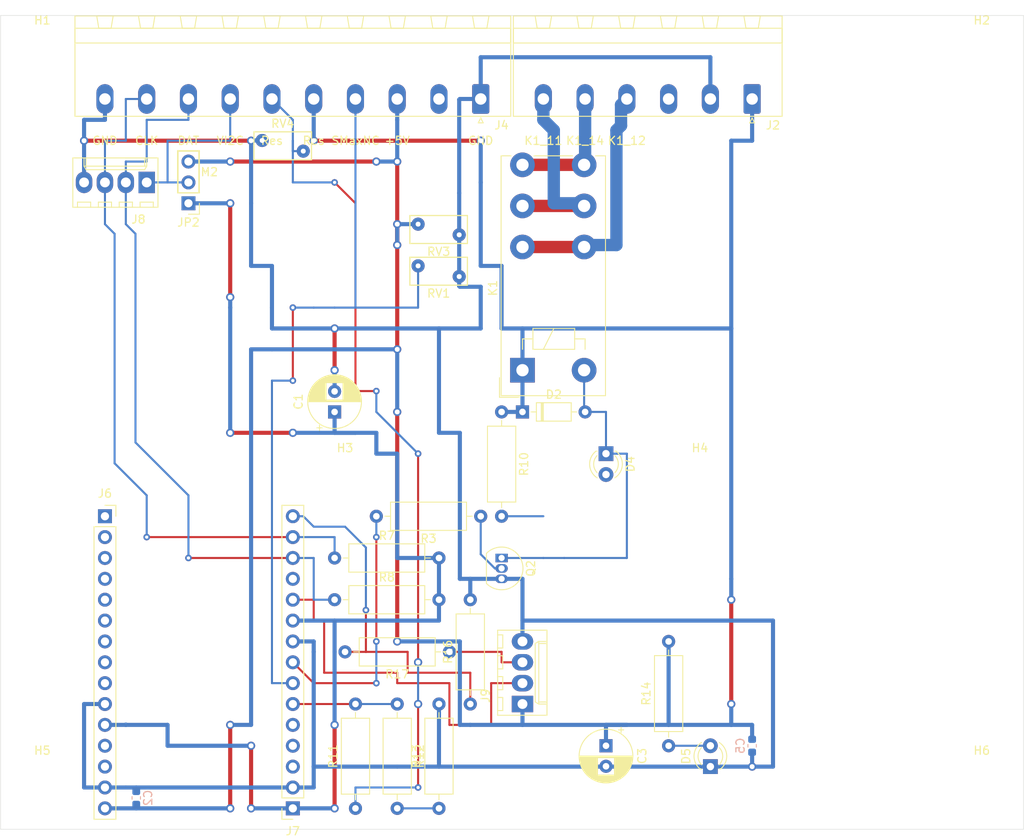
<source format=kicad_pcb>
(kicad_pcb (version 20171130) (host pcbnew "(5.1.8)-1")

  (general
    (thickness 1.6)
    (drawings 16)
    (tracks 303)
    (zones 0)
    (modules 36)
    (nets 39)
  )

  (page A4)
  (title_block
    (title HA-Controller)
    (date 2021-04-22)
    (rev V1.0.0)
    (company "Claus Zielke")
    (comment 1 "Homeautomation Controller")
  )

  (layers
    (0 F.Cu signal)
    (31 B.Cu signal)
    (32 B.Adhes user)
    (33 F.Adhes user)
    (34 B.Paste user)
    (35 F.Paste user)
    (36 B.SilkS user)
    (37 F.SilkS user)
    (38 B.Mask user)
    (39 F.Mask user)
    (40 Dwgs.User user)
    (41 Cmts.User user)
    (42 Eco1.User user)
    (43 Eco2.User user)
    (44 Edge.Cuts user)
    (45 Margin user)
    (46 B.CrtYd user)
    (47 F.CrtYd user)
    (48 B.Fab user)
    (49 F.Fab user)
  )

  (setup
    (last_trace_width 0.25)
    (user_trace_width 1.5)
    (trace_clearance 0.2)
    (zone_clearance 0.508)
    (zone_45_only no)
    (trace_min 0.2)
    (via_size 0.8)
    (via_drill 0.4)
    (via_min_size 0.4)
    (via_min_drill 0.3)
    (uvia_size 0.3)
    (uvia_drill 0.1)
    (uvias_allowed no)
    (uvia_min_size 0.2)
    (uvia_min_drill 0.1)
    (edge_width 0.05)
    (segment_width 0.2)
    (pcb_text_width 0.3)
    (pcb_text_size 1.5 1.5)
    (mod_edge_width 0.12)
    (mod_text_size 1 1)
    (mod_text_width 0.15)
    (pad_size 1.524 1.524)
    (pad_drill 0.762)
    (pad_to_mask_clearance 0.05)
    (aux_axis_origin 0 0)
    (visible_elements 7FFFFFFF)
    (pcbplotparams
      (layerselection 0x010fc_ffffffff)
      (usegerberextensions false)
      (usegerberattributes true)
      (usegerberadvancedattributes true)
      (creategerberjobfile true)
      (excludeedgelayer true)
      (linewidth 0.100000)
      (plotframeref false)
      (viasonmask false)
      (mode 1)
      (useauxorigin false)
      (hpglpennumber 1)
      (hpglpenspeed 20)
      (hpglpendiameter 15.000000)
      (psnegative false)
      (psa4output false)
      (plotreference true)
      (plotvalue true)
      (plotinvisibletext false)
      (padsonsilk false)
      (subtractmaskfromsilk false)
      (outputformat 1)
      (mirror false)
      (drillshape 1)
      (scaleselection 1)
      (outputdirectory ""))
  )

  (net 0 "")
  (net 1 VCC)
  (net 2 GND)
  (net 3 /GPIO13)
  (net 4 /GPIO12)
  (net 5 /GPIO14)
  (net 6 /GPIO16)
  (net 7 /EN)
  (net 8 /RST)
  (net 9 /GPIO2)
  (net 10 "Net-(J6-Pad9)")
  (net 11 "Net-(J6-Pad8)")
  (net 12 "Net-(J6-Pad7)")
  (net 13 "Net-(J6-Pad6)")
  (net 14 "Net-(J6-Pad5)")
  (net 15 "Net-(J6-Pad4)")
  (net 16 "Net-(J6-Pad3)")
  (net 17 "Net-(J6-Pad2)")
  (net 18 "Net-(D2-Pad2)")
  (net 19 "Net-(Q2-Pad2)")
  (net 20 /K1-11)
  (net 21 /K1-14)
  (net 22 /K1-12)
  (net 23 "Net-(J7-Pad4)")
  (net 24 "Net-(J7-Pad3)")
  (net 25 +5V)
  (net 26 "Net-(J7-Pad12)")
  (net 27 /GPIO5_CLK)
  (net 28 /GPIO4_DAT)
  (net 29 /VI2C)
  (net 30 "Net-(D4-Pad2)")
  (net 31 "Net-(R12-Pad2)")
  (net 32 "Net-(D5-Pad2)")
  (net 33 "Net-(J7-Pad5)")
  (net 34 "Net-(J9-Pad3)")
  (net 35 "Net-(J2-Pad3)")
  (net 36 /SW_Reserved)
  (net 37 "Net-(J4-Pad2)")
  (net 38 "Net-(J6-Pad1)")

  (net_class Default "This is the default net class."
    (clearance 0.2)
    (trace_width 0.25)
    (via_dia 0.8)
    (via_drill 0.4)
    (uvia_dia 0.3)
    (uvia_drill 0.1)
    (add_net /EN)
    (add_net /GPIO12)
    (add_net /GPIO13)
    (add_net /GPIO14)
    (add_net /GPIO16)
    (add_net /GPIO2)
    (add_net /GPIO4_DAT)
    (add_net /GPIO5_CLK)
    (add_net /RST)
    (add_net /SW_Reserved)
    (add_net /VI2C)
    (add_net "Net-(D2-Pad2)")
    (add_net "Net-(D4-Pad2)")
    (add_net "Net-(D5-Pad2)")
    (add_net "Net-(J2-Pad3)")
    (add_net "Net-(J4-Pad2)")
    (add_net "Net-(J6-Pad1)")
    (add_net "Net-(J6-Pad2)")
    (add_net "Net-(J6-Pad3)")
    (add_net "Net-(J6-Pad4)")
    (add_net "Net-(J6-Pad5)")
    (add_net "Net-(J6-Pad6)")
    (add_net "Net-(J6-Pad7)")
    (add_net "Net-(J6-Pad8)")
    (add_net "Net-(J6-Pad9)")
    (add_net "Net-(J7-Pad12)")
    (add_net "Net-(J7-Pad3)")
    (add_net "Net-(J7-Pad4)")
    (add_net "Net-(J7-Pad5)")
    (add_net "Net-(J9-Pad3)")
    (add_net "Net-(Q2-Pad2)")
    (add_net "Net-(R12-Pad2)")
  )

  (net_class 230V ""
    (clearance 1)
    (trace_width 1.5)
    (via_dia 1.5)
    (via_drill 0.6)
    (uvia_dia 0.4)
    (uvia_drill 0.2)
    (add_net /K1-11)
    (add_net /K1-12)
    (add_net /K1-14)
  )

  (net_class Power ""
    (clearance 0.2)
    (trace_width 0.5)
    (via_dia 1)
    (via_drill 0.6)
    (uvia_dia 0.4)
    (uvia_drill 0.2)
    (add_net +5V)
    (add_net GND)
    (add_net VCC)
  )

  (module Resistor_THT:R_Axial_DIN0309_L9.0mm_D3.2mm_P12.70mm_Horizontal (layer F.Cu) (tedit 5AE5139B) (tstamp 5F551E27)
    (at 135.89 128.27 180)
    (descr "Resistor, Axial_DIN0309 series, Axial, Horizontal, pin pitch=12.7mm, 0.5W = 1/2W, length*diameter=9*3.2mm^2, http://cdn-reichelt.de/documents/datenblatt/B400/1_4W%23YAG.pdf")
    (tags "Resistor Axial_DIN0309 series Axial Horizontal pin pitch 12.7mm 0.5W = 1/2W length 9mm diameter 3.2mm")
    (path /5F5EFA08)
    (fp_text reference R17 (at 6.35 -2.72) (layer F.SilkS)
      (effects (font (size 1 1) (thickness 0.15)))
    )
    (fp_text value 1K2 (at 6.35 2.72) (layer F.Fab)
      (effects (font (size 1 1) (thickness 0.15)))
    )
    (fp_line (start 1.85 -1.6) (end 1.85 1.6) (layer F.Fab) (width 0.1))
    (fp_line (start 1.85 1.6) (end 10.85 1.6) (layer F.Fab) (width 0.1))
    (fp_line (start 10.85 1.6) (end 10.85 -1.6) (layer F.Fab) (width 0.1))
    (fp_line (start 10.85 -1.6) (end 1.85 -1.6) (layer F.Fab) (width 0.1))
    (fp_line (start 0 0) (end 1.85 0) (layer F.Fab) (width 0.1))
    (fp_line (start 12.7 0) (end 10.85 0) (layer F.Fab) (width 0.1))
    (fp_line (start 1.73 -1.72) (end 1.73 1.72) (layer F.SilkS) (width 0.12))
    (fp_line (start 1.73 1.72) (end 10.97 1.72) (layer F.SilkS) (width 0.12))
    (fp_line (start 10.97 1.72) (end 10.97 -1.72) (layer F.SilkS) (width 0.12))
    (fp_line (start 10.97 -1.72) (end 1.73 -1.72) (layer F.SilkS) (width 0.12))
    (fp_line (start 1.04 0) (end 1.73 0) (layer F.SilkS) (width 0.12))
    (fp_line (start 11.66 0) (end 10.97 0) (layer F.SilkS) (width 0.12))
    (fp_line (start -1.05 -1.85) (end -1.05 1.85) (layer F.CrtYd) (width 0.05))
    (fp_line (start -1.05 1.85) (end 13.75 1.85) (layer F.CrtYd) (width 0.05))
    (fp_line (start 13.75 1.85) (end 13.75 -1.85) (layer F.CrtYd) (width 0.05))
    (fp_line (start 13.75 -1.85) (end -1.05 -1.85) (layer F.CrtYd) (width 0.05))
    (fp_text user %R (at 6.35 0) (layer F.Fab)
      (effects (font (size 1 1) (thickness 0.15)))
    )
    (pad 2 thru_hole oval (at 12.7 0 180) (size 1.6 1.6) (drill 0.8) (layers *.Cu *.Mask)
      (net 6 /GPIO16))
    (pad 1 thru_hole circle (at 0 0 180) (size 1.6 1.6) (drill 0.8) (layers *.Cu *.Mask)
      (net 34 "Net-(J9-Pad3)"))
    (model ${KISYS3DMOD}/Resistor_THT.3dshapes/R_Axial_DIN0309_L9.0mm_D3.2mm_P12.70mm_Horizontal.wrl
      (at (xyz 0 0 0))
      (scale (xyz 1 1 1))
      (rotate (xyz 0 0 0))
    )
  )

  (module Resistor_THT:R_Axial_DIN0309_L9.0mm_D3.2mm_P12.70mm_Horizontal (layer F.Cu) (tedit 5AE5139B) (tstamp 5F551E10)
    (at 138.43 134.62 90)
    (descr "Resistor, Axial_DIN0309 series, Axial, Horizontal, pin pitch=12.7mm, 0.5W = 1/2W, length*diameter=9*3.2mm^2, http://cdn-reichelt.de/documents/datenblatt/B400/1_4W%23YAG.pdf")
    (tags "Resistor Axial_DIN0309 series Axial Horizontal pin pitch 12.7mm 0.5W = 1/2W length 9mm diameter 3.2mm")
    (path /5F5F0249)
    (fp_text reference R16 (at 6.35 -2.72 90) (layer F.SilkS)
      (effects (font (size 1 1) (thickness 0.15)))
    )
    (fp_text value 2K2 (at 6.35 2.72 90) (layer F.Fab)
      (effects (font (size 1 1) (thickness 0.15)))
    )
    (fp_line (start 1.85 -1.6) (end 1.85 1.6) (layer F.Fab) (width 0.1))
    (fp_line (start 1.85 1.6) (end 10.85 1.6) (layer F.Fab) (width 0.1))
    (fp_line (start 10.85 1.6) (end 10.85 -1.6) (layer F.Fab) (width 0.1))
    (fp_line (start 10.85 -1.6) (end 1.85 -1.6) (layer F.Fab) (width 0.1))
    (fp_line (start 0 0) (end 1.85 0) (layer F.Fab) (width 0.1))
    (fp_line (start 12.7 0) (end 10.85 0) (layer F.Fab) (width 0.1))
    (fp_line (start 1.73 -1.72) (end 1.73 1.72) (layer F.SilkS) (width 0.12))
    (fp_line (start 1.73 1.72) (end 10.97 1.72) (layer F.SilkS) (width 0.12))
    (fp_line (start 10.97 1.72) (end 10.97 -1.72) (layer F.SilkS) (width 0.12))
    (fp_line (start 10.97 -1.72) (end 1.73 -1.72) (layer F.SilkS) (width 0.12))
    (fp_line (start 1.04 0) (end 1.73 0) (layer F.SilkS) (width 0.12))
    (fp_line (start 11.66 0) (end 10.97 0) (layer F.SilkS) (width 0.12))
    (fp_line (start -1.05 -1.85) (end -1.05 1.85) (layer F.CrtYd) (width 0.05))
    (fp_line (start -1.05 1.85) (end 13.75 1.85) (layer F.CrtYd) (width 0.05))
    (fp_line (start 13.75 1.85) (end 13.75 -1.85) (layer F.CrtYd) (width 0.05))
    (fp_line (start 13.75 -1.85) (end -1.05 -1.85) (layer F.CrtYd) (width 0.05))
    (fp_text user %R (at 6.35 0 90) (layer F.Fab)
      (effects (font (size 1 1) (thickness 0.15)))
    )
    (pad 2 thru_hole oval (at 12.7 0 90) (size 1.6 1.6) (drill 0.8) (layers *.Cu *.Mask)
      (net 2 GND))
    (pad 1 thru_hole circle (at 0 0 90) (size 1.6 1.6) (drill 0.8) (layers *.Cu *.Mask)
      (net 6 /GPIO16))
    (model ${KISYS3DMOD}/Resistor_THT.3dshapes/R_Axial_DIN0309_L9.0mm_D3.2mm_P12.70mm_Horizontal.wrl
      (at (xyz 0 0 0))
      (scale (xyz 1 1 1))
      (rotate (xyz 0 0 0))
    )
  )

  (module kp_Connectors_Wuerth:WR-WTB-04-V (layer F.Cu) (tedit 56C6219D) (tstamp 5F54C14C)
    (at 144.78 134.62 90)
    (descr "Connector Headers with Friction Lock, 22-27-2041, http://www.molex.com/pdm_docs/sd/022272021_sd.pdf")
    (tags "connector molex kk_6410 22-27-2041")
    (path /5F57EFD4)
    (fp_text reference J9 (at 1 -4.5 90) (layer F.SilkS)
      (effects (font (size 1 1) (thickness 0.15)))
    )
    (fp_text value Conn_01x04 (at 3.81 4.5 90) (layer F.Fab)
      (effects (font (size 1 1) (thickness 0.15)))
    )
    (fp_line (start 9.5 3.5) (end -1.9 3.5) (layer F.CrtYd) (width 0.05))
    (fp_line (start 9.5 -3.55) (end 9.5 3.5) (layer F.CrtYd) (width 0.05))
    (fp_line (start -1.9 -3.55) (end 9.5 -3.55) (layer F.CrtYd) (width 0.05))
    (fp_line (start -1.9 3.5) (end -1.9 -3.55) (layer F.CrtYd) (width 0.05))
    (fp_line (start 8.42 -2.4) (end 8.42 -3.02) (layer F.SilkS) (width 0.12))
    (fp_line (start 6.82 -2.4) (end 8.42 -2.4) (layer F.SilkS) (width 0.12))
    (fp_line (start 6.82 -3.02) (end 6.82 -2.4) (layer F.SilkS) (width 0.12))
    (fp_line (start 5.88 -2.4) (end 5.88 -3.02) (layer F.SilkS) (width 0.12))
    (fp_line (start 4.28 -2.4) (end 5.88 -2.4) (layer F.SilkS) (width 0.12))
    (fp_line (start 4.28 -3.02) (end 4.28 -2.4) (layer F.SilkS) (width 0.12))
    (fp_line (start 3.34 -2.4) (end 3.34 -3.02) (layer F.SilkS) (width 0.12))
    (fp_line (start 1.74 -2.4) (end 3.34 -2.4) (layer F.SilkS) (width 0.12))
    (fp_line (start 1.74 -3.02) (end 1.74 -2.4) (layer F.SilkS) (width 0.12))
    (fp_line (start 0.8 -2.4) (end 0.8 -3.02) (layer F.SilkS) (width 0.12))
    (fp_line (start -0.8 -2.4) (end 0.8 -2.4) (layer F.SilkS) (width 0.12))
    (fp_line (start -0.8 -3.02) (end -0.8 -2.4) (layer F.SilkS) (width 0.12))
    (fp_line (start 7.37 2.98) (end 7.37 1.98) (layer F.SilkS) (width 0.12))
    (fp_line (start 0.25 2.98) (end 0.25 1.98) (layer F.SilkS) (width 0.12))
    (fp_line (start 7.37 1.55) (end 7.62 1.98) (layer F.SilkS) (width 0.12))
    (fp_line (start 0.25 1.55) (end 7.37 1.55) (layer F.SilkS) (width 0.12))
    (fp_line (start 0 1.98) (end 0.25 1.55) (layer F.SilkS) (width 0.12))
    (fp_line (start 7.62 1.98) (end 7.62 2.98) (layer F.SilkS) (width 0.12))
    (fp_line (start 0 1.98) (end 7.62 1.98) (layer F.SilkS) (width 0.12))
    (fp_line (start 0 2.98) (end 0 1.98) (layer F.SilkS) (width 0.12))
    (fp_line (start 8.99 -3.02) (end -1.37 -3.02) (layer F.SilkS) (width 0.12))
    (fp_line (start 8.99 2.98) (end 8.99 -3.02) (layer F.SilkS) (width 0.12))
    (fp_line (start -1.37 2.98) (end 8.99 2.98) (layer F.SilkS) (width 0.12))
    (fp_line (start -1.37 -3.02) (end -1.37 2.98) (layer F.SilkS) (width 0.12))
    (pad 4 thru_hole oval (at 7.62 0 90) (size 2 2.6) (drill 1.2) (layers *.Cu *.Mask)
      (net 2 GND))
    (pad 3 thru_hole oval (at 5.08 0 90) (size 2 2.6) (drill 1.2) (layers *.Cu *.Mask)
      (net 34 "Net-(J9-Pad3)"))
    (pad 2 thru_hole oval (at 2.54 0 90) (size 2 2.6) (drill 1.2) (layers *.Cu *.Mask)
      (net 9 /GPIO2))
    (pad 1 thru_hole rect (at 0 0 90) (size 2 2.6) (drill 1.2) (layers *.Cu *.Mask)
      (net 25 +5V))
    (model kp_Connectors_Wuerth.3dshapes/WR-WTB-04-V.wrl
      (at (xyz 0 0 0))
      (scale (xyz 1 1 1))
      (rotate (xyz 0 0 0))
    )
  )

  (module Varistor:RV_Disc_D7mm_W3.4mm_P5mm (layer F.Cu) (tedit 5A0F68DF) (tstamp 5F2C1FE3)
    (at 118.11 67.31 180)
    (descr "Varistor, diameter 7mm, width 3.4mm, pitch 5mm")
    (tags "varistor SIOV")
    (path /5F4C36C4)
    (fp_text reference RV4 (at 2.5 3.35) (layer F.SilkS)
      (effects (font (size 1 1) (thickness 0.15)))
    )
    (fp_text value 24V (at 2.5 -2.05) (layer F.Fab)
      (effects (font (size 1 1) (thickness 0.15)))
    )
    (fp_line (start -1 -1.05) (end -1 2.35) (layer F.Fab) (width 0.1))
    (fp_line (start 6 -1.05) (end 6 2.35) (layer F.Fab) (width 0.1))
    (fp_line (start -1 -1.05) (end 6 -1.05) (layer F.Fab) (width 0.1))
    (fp_line (start -1 2.35) (end 6 2.35) (layer F.Fab) (width 0.1))
    (fp_line (start -1 -1.05) (end -1 2.35) (layer F.SilkS) (width 0.15))
    (fp_line (start 6 -1.05) (end 6 2.35) (layer F.SilkS) (width 0.15))
    (fp_line (start -1 -1.05) (end 6 -1.05) (layer F.SilkS) (width 0.15))
    (fp_line (start -1 2.35) (end 6 2.35) (layer F.SilkS) (width 0.15))
    (fp_line (start -1.25 -1.3) (end -1.25 2.6) (layer F.CrtYd) (width 0.05))
    (fp_line (start 6.25 -1.3) (end 6.25 2.6) (layer F.CrtYd) (width 0.05))
    (fp_line (start -1.25 -1.3) (end 6.25 -1.3) (layer F.CrtYd) (width 0.05))
    (fp_line (start -1.25 2.6) (end 6.25 2.6) (layer F.CrtYd) (width 0.05))
    (fp_text user %R (at 2.5 0.65) (layer F.Fab)
      (effects (font (size 1 1) (thickness 0.15)))
    )
    (pad 2 thru_hole circle (at 5 1.3 180) (size 1.6 1.6) (drill 0.6) (layers *.Cu *.Mask)
      (net 2 GND))
    (pad 1 thru_hole circle (at 0 0 180) (size 1.6 1.6) (drill 0.6) (layers *.Cu *.Mask)
      (net 36 /SW_Reserved))
    (model ${KISYS3DMOD}/Varistor.3dshapes/RV_Disc_D7mm_W3.4mm_P5mm.wrl
      (at (xyz 0 0 0))
      (scale (xyz 1 1 1))
      (rotate (xyz 0 0 0))
    )
  )

  (module Capacitor_SMD:C_0603_1608Metric (layer B.Cu) (tedit 5B301BBE) (tstamp 5F2BEC50)
    (at 172.72 139.7 270)
    (descr "Capacitor SMD 0603 (1608 Metric), square (rectangular) end terminal, IPC_7351 nominal, (Body size source: http://www.tortai-tech.com/upload/download/2011102023233369053.pdf), generated with kicad-footprint-generator")
    (tags capacitor)
    (path /5F3F03D8)
    (attr smd)
    (fp_text reference C5 (at 0 1.43 90) (layer B.SilkS)
      (effects (font (size 1 1) (thickness 0.15)) (justify mirror))
    )
    (fp_text value 100n (at 0 -1.43 90) (layer B.Fab)
      (effects (font (size 1 1) (thickness 0.15)) (justify mirror))
    )
    (fp_line (start 1.48 -0.73) (end -1.48 -0.73) (layer B.CrtYd) (width 0.05))
    (fp_line (start 1.48 0.73) (end 1.48 -0.73) (layer B.CrtYd) (width 0.05))
    (fp_line (start -1.48 0.73) (end 1.48 0.73) (layer B.CrtYd) (width 0.05))
    (fp_line (start -1.48 -0.73) (end -1.48 0.73) (layer B.CrtYd) (width 0.05))
    (fp_line (start -0.162779 -0.51) (end 0.162779 -0.51) (layer B.SilkS) (width 0.12))
    (fp_line (start -0.162779 0.51) (end 0.162779 0.51) (layer B.SilkS) (width 0.12))
    (fp_line (start 0.8 -0.4) (end -0.8 -0.4) (layer B.Fab) (width 0.1))
    (fp_line (start 0.8 0.4) (end 0.8 -0.4) (layer B.Fab) (width 0.1))
    (fp_line (start -0.8 0.4) (end 0.8 0.4) (layer B.Fab) (width 0.1))
    (fp_line (start -0.8 -0.4) (end -0.8 0.4) (layer B.Fab) (width 0.1))
    (fp_text user %R (at 0 0 90) (layer B.Fab)
      (effects (font (size 0.4 0.4) (thickness 0.06)) (justify mirror))
    )
    (pad 2 smd roundrect (at 0.7875 0 270) (size 0.875 0.95) (layers B.Cu B.Paste B.Mask) (roundrect_rratio 0.25)
      (net 2 GND))
    (pad 1 smd roundrect (at -0.7875 0 270) (size 0.875 0.95) (layers B.Cu B.Paste B.Mask) (roundrect_rratio 0.25)
      (net 25 +5V))
    (model ${KISYS3DMOD}/Capacitor_SMD.3dshapes/C_0603_1608Metric.wrl
      (at (xyz 0 0 0))
      (scale (xyz 1 1 1))
      (rotate (xyz 0 0 0))
    )
  )

  (module Capacitor_THT:CP_Radial_D6.3mm_P2.50mm (layer F.Cu) (tedit 5AE50EF0) (tstamp 5F2BEC2E)
    (at 154.94 139.7 270)
    (descr "CP, Radial series, Radial, pin pitch=2.50mm, , diameter=6.3mm, Electrolytic Capacitor")
    (tags "CP Radial series Radial pin pitch 2.50mm  diameter 6.3mm Electrolytic Capacitor")
    (path /5F3D7233)
    (fp_text reference C3 (at 1.25 -4.4 90) (layer F.SilkS)
      (effects (font (size 1 1) (thickness 0.15)))
    )
    (fp_text value 10uF/50V (at 1.25 4.4 90) (layer F.Fab)
      (effects (font (size 1 1) (thickness 0.15)))
    )
    (fp_line (start -1.935241 -2.154) (end -1.935241 -1.524) (layer F.SilkS) (width 0.12))
    (fp_line (start -2.250241 -1.839) (end -1.620241 -1.839) (layer F.SilkS) (width 0.12))
    (fp_line (start 4.491 -0.402) (end 4.491 0.402) (layer F.SilkS) (width 0.12))
    (fp_line (start 4.451 -0.633) (end 4.451 0.633) (layer F.SilkS) (width 0.12))
    (fp_line (start 4.411 -0.802) (end 4.411 0.802) (layer F.SilkS) (width 0.12))
    (fp_line (start 4.371 -0.94) (end 4.371 0.94) (layer F.SilkS) (width 0.12))
    (fp_line (start 4.331 -1.059) (end 4.331 1.059) (layer F.SilkS) (width 0.12))
    (fp_line (start 4.291 -1.165) (end 4.291 1.165) (layer F.SilkS) (width 0.12))
    (fp_line (start 4.251 -1.262) (end 4.251 1.262) (layer F.SilkS) (width 0.12))
    (fp_line (start 4.211 -1.35) (end 4.211 1.35) (layer F.SilkS) (width 0.12))
    (fp_line (start 4.171 -1.432) (end 4.171 1.432) (layer F.SilkS) (width 0.12))
    (fp_line (start 4.131 -1.509) (end 4.131 1.509) (layer F.SilkS) (width 0.12))
    (fp_line (start 4.091 -1.581) (end 4.091 1.581) (layer F.SilkS) (width 0.12))
    (fp_line (start 4.051 -1.65) (end 4.051 1.65) (layer F.SilkS) (width 0.12))
    (fp_line (start 4.011 -1.714) (end 4.011 1.714) (layer F.SilkS) (width 0.12))
    (fp_line (start 3.971 -1.776) (end 3.971 1.776) (layer F.SilkS) (width 0.12))
    (fp_line (start 3.931 -1.834) (end 3.931 1.834) (layer F.SilkS) (width 0.12))
    (fp_line (start 3.891 -1.89) (end 3.891 1.89) (layer F.SilkS) (width 0.12))
    (fp_line (start 3.851 -1.944) (end 3.851 1.944) (layer F.SilkS) (width 0.12))
    (fp_line (start 3.811 -1.995) (end 3.811 1.995) (layer F.SilkS) (width 0.12))
    (fp_line (start 3.771 -2.044) (end 3.771 2.044) (layer F.SilkS) (width 0.12))
    (fp_line (start 3.731 -2.092) (end 3.731 2.092) (layer F.SilkS) (width 0.12))
    (fp_line (start 3.691 -2.137) (end 3.691 2.137) (layer F.SilkS) (width 0.12))
    (fp_line (start 3.651 -2.182) (end 3.651 2.182) (layer F.SilkS) (width 0.12))
    (fp_line (start 3.611 -2.224) (end 3.611 2.224) (layer F.SilkS) (width 0.12))
    (fp_line (start 3.571 -2.265) (end 3.571 2.265) (layer F.SilkS) (width 0.12))
    (fp_line (start 3.531 1.04) (end 3.531 2.305) (layer F.SilkS) (width 0.12))
    (fp_line (start 3.531 -2.305) (end 3.531 -1.04) (layer F.SilkS) (width 0.12))
    (fp_line (start 3.491 1.04) (end 3.491 2.343) (layer F.SilkS) (width 0.12))
    (fp_line (start 3.491 -2.343) (end 3.491 -1.04) (layer F.SilkS) (width 0.12))
    (fp_line (start 3.451 1.04) (end 3.451 2.38) (layer F.SilkS) (width 0.12))
    (fp_line (start 3.451 -2.38) (end 3.451 -1.04) (layer F.SilkS) (width 0.12))
    (fp_line (start 3.411 1.04) (end 3.411 2.416) (layer F.SilkS) (width 0.12))
    (fp_line (start 3.411 -2.416) (end 3.411 -1.04) (layer F.SilkS) (width 0.12))
    (fp_line (start 3.371 1.04) (end 3.371 2.45) (layer F.SilkS) (width 0.12))
    (fp_line (start 3.371 -2.45) (end 3.371 -1.04) (layer F.SilkS) (width 0.12))
    (fp_line (start 3.331 1.04) (end 3.331 2.484) (layer F.SilkS) (width 0.12))
    (fp_line (start 3.331 -2.484) (end 3.331 -1.04) (layer F.SilkS) (width 0.12))
    (fp_line (start 3.291 1.04) (end 3.291 2.516) (layer F.SilkS) (width 0.12))
    (fp_line (start 3.291 -2.516) (end 3.291 -1.04) (layer F.SilkS) (width 0.12))
    (fp_line (start 3.251 1.04) (end 3.251 2.548) (layer F.SilkS) (width 0.12))
    (fp_line (start 3.251 -2.548) (end 3.251 -1.04) (layer F.SilkS) (width 0.12))
    (fp_line (start 3.211 1.04) (end 3.211 2.578) (layer F.SilkS) (width 0.12))
    (fp_line (start 3.211 -2.578) (end 3.211 -1.04) (layer F.SilkS) (width 0.12))
    (fp_line (start 3.171 1.04) (end 3.171 2.607) (layer F.SilkS) (width 0.12))
    (fp_line (start 3.171 -2.607) (end 3.171 -1.04) (layer F.SilkS) (width 0.12))
    (fp_line (start 3.131 1.04) (end 3.131 2.636) (layer F.SilkS) (width 0.12))
    (fp_line (start 3.131 -2.636) (end 3.131 -1.04) (layer F.SilkS) (width 0.12))
    (fp_line (start 3.091 1.04) (end 3.091 2.664) (layer F.SilkS) (width 0.12))
    (fp_line (start 3.091 -2.664) (end 3.091 -1.04) (layer F.SilkS) (width 0.12))
    (fp_line (start 3.051 1.04) (end 3.051 2.69) (layer F.SilkS) (width 0.12))
    (fp_line (start 3.051 -2.69) (end 3.051 -1.04) (layer F.SilkS) (width 0.12))
    (fp_line (start 3.011 1.04) (end 3.011 2.716) (layer F.SilkS) (width 0.12))
    (fp_line (start 3.011 -2.716) (end 3.011 -1.04) (layer F.SilkS) (width 0.12))
    (fp_line (start 2.971 1.04) (end 2.971 2.742) (layer F.SilkS) (width 0.12))
    (fp_line (start 2.971 -2.742) (end 2.971 -1.04) (layer F.SilkS) (width 0.12))
    (fp_line (start 2.931 1.04) (end 2.931 2.766) (layer F.SilkS) (width 0.12))
    (fp_line (start 2.931 -2.766) (end 2.931 -1.04) (layer F.SilkS) (width 0.12))
    (fp_line (start 2.891 1.04) (end 2.891 2.79) (layer F.SilkS) (width 0.12))
    (fp_line (start 2.891 -2.79) (end 2.891 -1.04) (layer F.SilkS) (width 0.12))
    (fp_line (start 2.851 1.04) (end 2.851 2.812) (layer F.SilkS) (width 0.12))
    (fp_line (start 2.851 -2.812) (end 2.851 -1.04) (layer F.SilkS) (width 0.12))
    (fp_line (start 2.811 1.04) (end 2.811 2.834) (layer F.SilkS) (width 0.12))
    (fp_line (start 2.811 -2.834) (end 2.811 -1.04) (layer F.SilkS) (width 0.12))
    (fp_line (start 2.771 1.04) (end 2.771 2.856) (layer F.SilkS) (width 0.12))
    (fp_line (start 2.771 -2.856) (end 2.771 -1.04) (layer F.SilkS) (width 0.12))
    (fp_line (start 2.731 1.04) (end 2.731 2.876) (layer F.SilkS) (width 0.12))
    (fp_line (start 2.731 -2.876) (end 2.731 -1.04) (layer F.SilkS) (width 0.12))
    (fp_line (start 2.691 1.04) (end 2.691 2.896) (layer F.SilkS) (width 0.12))
    (fp_line (start 2.691 -2.896) (end 2.691 -1.04) (layer F.SilkS) (width 0.12))
    (fp_line (start 2.651 1.04) (end 2.651 2.916) (layer F.SilkS) (width 0.12))
    (fp_line (start 2.651 -2.916) (end 2.651 -1.04) (layer F.SilkS) (width 0.12))
    (fp_line (start 2.611 1.04) (end 2.611 2.934) (layer F.SilkS) (width 0.12))
    (fp_line (start 2.611 -2.934) (end 2.611 -1.04) (layer F.SilkS) (width 0.12))
    (fp_line (start 2.571 1.04) (end 2.571 2.952) (layer F.SilkS) (width 0.12))
    (fp_line (start 2.571 -2.952) (end 2.571 -1.04) (layer F.SilkS) (width 0.12))
    (fp_line (start 2.531 1.04) (end 2.531 2.97) (layer F.SilkS) (width 0.12))
    (fp_line (start 2.531 -2.97) (end 2.531 -1.04) (layer F.SilkS) (width 0.12))
    (fp_line (start 2.491 1.04) (end 2.491 2.986) (layer F.SilkS) (width 0.12))
    (fp_line (start 2.491 -2.986) (end 2.491 -1.04) (layer F.SilkS) (width 0.12))
    (fp_line (start 2.451 1.04) (end 2.451 3.002) (layer F.SilkS) (width 0.12))
    (fp_line (start 2.451 -3.002) (end 2.451 -1.04) (layer F.SilkS) (width 0.12))
    (fp_line (start 2.411 1.04) (end 2.411 3.018) (layer F.SilkS) (width 0.12))
    (fp_line (start 2.411 -3.018) (end 2.411 -1.04) (layer F.SilkS) (width 0.12))
    (fp_line (start 2.371 1.04) (end 2.371 3.033) (layer F.SilkS) (width 0.12))
    (fp_line (start 2.371 -3.033) (end 2.371 -1.04) (layer F.SilkS) (width 0.12))
    (fp_line (start 2.331 1.04) (end 2.331 3.047) (layer F.SilkS) (width 0.12))
    (fp_line (start 2.331 -3.047) (end 2.331 -1.04) (layer F.SilkS) (width 0.12))
    (fp_line (start 2.291 1.04) (end 2.291 3.061) (layer F.SilkS) (width 0.12))
    (fp_line (start 2.291 -3.061) (end 2.291 -1.04) (layer F.SilkS) (width 0.12))
    (fp_line (start 2.251 1.04) (end 2.251 3.074) (layer F.SilkS) (width 0.12))
    (fp_line (start 2.251 -3.074) (end 2.251 -1.04) (layer F.SilkS) (width 0.12))
    (fp_line (start 2.211 1.04) (end 2.211 3.086) (layer F.SilkS) (width 0.12))
    (fp_line (start 2.211 -3.086) (end 2.211 -1.04) (layer F.SilkS) (width 0.12))
    (fp_line (start 2.171 1.04) (end 2.171 3.098) (layer F.SilkS) (width 0.12))
    (fp_line (start 2.171 -3.098) (end 2.171 -1.04) (layer F.SilkS) (width 0.12))
    (fp_line (start 2.131 1.04) (end 2.131 3.11) (layer F.SilkS) (width 0.12))
    (fp_line (start 2.131 -3.11) (end 2.131 -1.04) (layer F.SilkS) (width 0.12))
    (fp_line (start 2.091 1.04) (end 2.091 3.121) (layer F.SilkS) (width 0.12))
    (fp_line (start 2.091 -3.121) (end 2.091 -1.04) (layer F.SilkS) (width 0.12))
    (fp_line (start 2.051 1.04) (end 2.051 3.131) (layer F.SilkS) (width 0.12))
    (fp_line (start 2.051 -3.131) (end 2.051 -1.04) (layer F.SilkS) (width 0.12))
    (fp_line (start 2.011 1.04) (end 2.011 3.141) (layer F.SilkS) (width 0.12))
    (fp_line (start 2.011 -3.141) (end 2.011 -1.04) (layer F.SilkS) (width 0.12))
    (fp_line (start 1.971 1.04) (end 1.971 3.15) (layer F.SilkS) (width 0.12))
    (fp_line (start 1.971 -3.15) (end 1.971 -1.04) (layer F.SilkS) (width 0.12))
    (fp_line (start 1.93 1.04) (end 1.93 3.159) (layer F.SilkS) (width 0.12))
    (fp_line (start 1.93 -3.159) (end 1.93 -1.04) (layer F.SilkS) (width 0.12))
    (fp_line (start 1.89 1.04) (end 1.89 3.167) (layer F.SilkS) (width 0.12))
    (fp_line (start 1.89 -3.167) (end 1.89 -1.04) (layer F.SilkS) (width 0.12))
    (fp_line (start 1.85 1.04) (end 1.85 3.175) (layer F.SilkS) (width 0.12))
    (fp_line (start 1.85 -3.175) (end 1.85 -1.04) (layer F.SilkS) (width 0.12))
    (fp_line (start 1.81 1.04) (end 1.81 3.182) (layer F.SilkS) (width 0.12))
    (fp_line (start 1.81 -3.182) (end 1.81 -1.04) (layer F.SilkS) (width 0.12))
    (fp_line (start 1.77 1.04) (end 1.77 3.189) (layer F.SilkS) (width 0.12))
    (fp_line (start 1.77 -3.189) (end 1.77 -1.04) (layer F.SilkS) (width 0.12))
    (fp_line (start 1.73 1.04) (end 1.73 3.195) (layer F.SilkS) (width 0.12))
    (fp_line (start 1.73 -3.195) (end 1.73 -1.04) (layer F.SilkS) (width 0.12))
    (fp_line (start 1.69 1.04) (end 1.69 3.201) (layer F.SilkS) (width 0.12))
    (fp_line (start 1.69 -3.201) (end 1.69 -1.04) (layer F.SilkS) (width 0.12))
    (fp_line (start 1.65 1.04) (end 1.65 3.206) (layer F.SilkS) (width 0.12))
    (fp_line (start 1.65 -3.206) (end 1.65 -1.04) (layer F.SilkS) (width 0.12))
    (fp_line (start 1.61 1.04) (end 1.61 3.211) (layer F.SilkS) (width 0.12))
    (fp_line (start 1.61 -3.211) (end 1.61 -1.04) (layer F.SilkS) (width 0.12))
    (fp_line (start 1.57 1.04) (end 1.57 3.215) (layer F.SilkS) (width 0.12))
    (fp_line (start 1.57 -3.215) (end 1.57 -1.04) (layer F.SilkS) (width 0.12))
    (fp_line (start 1.53 1.04) (end 1.53 3.218) (layer F.SilkS) (width 0.12))
    (fp_line (start 1.53 -3.218) (end 1.53 -1.04) (layer F.SilkS) (width 0.12))
    (fp_line (start 1.49 1.04) (end 1.49 3.222) (layer F.SilkS) (width 0.12))
    (fp_line (start 1.49 -3.222) (end 1.49 -1.04) (layer F.SilkS) (width 0.12))
    (fp_line (start 1.45 -3.224) (end 1.45 3.224) (layer F.SilkS) (width 0.12))
    (fp_line (start 1.41 -3.227) (end 1.41 3.227) (layer F.SilkS) (width 0.12))
    (fp_line (start 1.37 -3.228) (end 1.37 3.228) (layer F.SilkS) (width 0.12))
    (fp_line (start 1.33 -3.23) (end 1.33 3.23) (layer F.SilkS) (width 0.12))
    (fp_line (start 1.29 -3.23) (end 1.29 3.23) (layer F.SilkS) (width 0.12))
    (fp_line (start 1.25 -3.23) (end 1.25 3.23) (layer F.SilkS) (width 0.12))
    (fp_line (start -1.128972 -1.6885) (end -1.128972 -1.0585) (layer F.Fab) (width 0.1))
    (fp_line (start -1.443972 -1.3735) (end -0.813972 -1.3735) (layer F.Fab) (width 0.1))
    (fp_circle (center 1.25 0) (end 4.65 0) (layer F.CrtYd) (width 0.05))
    (fp_circle (center 1.25 0) (end 4.52 0) (layer F.SilkS) (width 0.12))
    (fp_circle (center 1.25 0) (end 4.4 0) (layer F.Fab) (width 0.1))
    (fp_text user %R (at 1.25 0 90) (layer F.Fab)
      (effects (font (size 1 1) (thickness 0.15)))
    )
    (pad 2 thru_hole circle (at 2.5 0 270) (size 1.6 1.6) (drill 0.8) (layers *.Cu *.Mask)
      (net 2 GND))
    (pad 1 thru_hole rect (at 0 0 270) (size 1.6 1.6) (drill 0.8) (layers *.Cu *.Mask)
      (net 25 +5V))
    (model ${KISYS3DMOD}/Capacitor_THT.3dshapes/CP_Radial_D6.3mm_P2.50mm.wrl
      (at (xyz 0 0 0))
      (scale (xyz 1 1 1))
      (rotate (xyz 0 0 0))
    )
  )

  (module Capacitor_SMD:C_0603_1608Metric (layer B.Cu) (tedit 5B301BBE) (tstamp 5F2BEB9A)
    (at 97.79 146.05 90)
    (descr "Capacitor SMD 0603 (1608 Metric), square (rectangular) end terminal, IPC_7351 nominal, (Body size source: http://www.tortai-tech.com/upload/download/2011102023233369053.pdf), generated with kicad-footprint-generator")
    (tags capacitor)
    (path /5F3F0D67)
    (attr smd)
    (fp_text reference C2 (at 0 1.43 90) (layer B.SilkS)
      (effects (font (size 1 1) (thickness 0.15)) (justify mirror))
    )
    (fp_text value 100n (at 0 -1.43 90) (layer B.Fab)
      (effects (font (size 1 1) (thickness 0.15)) (justify mirror))
    )
    (fp_line (start 1.48 -0.73) (end -1.48 -0.73) (layer B.CrtYd) (width 0.05))
    (fp_line (start 1.48 0.73) (end 1.48 -0.73) (layer B.CrtYd) (width 0.05))
    (fp_line (start -1.48 0.73) (end 1.48 0.73) (layer B.CrtYd) (width 0.05))
    (fp_line (start -1.48 -0.73) (end -1.48 0.73) (layer B.CrtYd) (width 0.05))
    (fp_line (start -0.162779 -0.51) (end 0.162779 -0.51) (layer B.SilkS) (width 0.12))
    (fp_line (start -0.162779 0.51) (end 0.162779 0.51) (layer B.SilkS) (width 0.12))
    (fp_line (start 0.8 -0.4) (end -0.8 -0.4) (layer B.Fab) (width 0.1))
    (fp_line (start 0.8 0.4) (end 0.8 -0.4) (layer B.Fab) (width 0.1))
    (fp_line (start -0.8 0.4) (end 0.8 0.4) (layer B.Fab) (width 0.1))
    (fp_line (start -0.8 -0.4) (end -0.8 0.4) (layer B.Fab) (width 0.1))
    (fp_text user %R (at 0 0 90) (layer B.Fab)
      (effects (font (size 0.4 0.4) (thickness 0.06)) (justify mirror))
    )
    (pad 2 smd roundrect (at 0.7875 0 90) (size 0.875 0.95) (layers B.Cu B.Paste B.Mask) (roundrect_rratio 0.25)
      (net 2 GND))
    (pad 1 smd roundrect (at -0.7875 0 90) (size 0.875 0.95) (layers B.Cu B.Paste B.Mask) (roundrect_rratio 0.25)
      (net 25 +5V))
    (model ${KISYS3DMOD}/Capacitor_SMD.3dshapes/C_0603_1608Metric.wrl
      (at (xyz 0 0 0))
      (scale (xyz 1 1 1))
      (rotate (xyz 0 0 0))
    )
  )

  (module Capacitor_THT:CP_Radial_D6.3mm_P2.50mm (layer F.Cu) (tedit 5AE50EF0) (tstamp 5F2BEB89)
    (at 121.92 99.06 90)
    (descr "CP, Radial series, Radial, pin pitch=2.50mm, , diameter=6.3mm, Electrolytic Capacitor")
    (tags "CP Radial series Radial pin pitch 2.50mm  diameter 6.3mm Electrolytic Capacitor")
    (path /5F3E2DA7)
    (fp_text reference C1 (at 1.25 -4.4 90) (layer F.SilkS)
      (effects (font (size 1 1) (thickness 0.15)))
    )
    (fp_text value 10uF/50V (at 1.25 4.4 90) (layer F.Fab)
      (effects (font (size 1 1) (thickness 0.15)))
    )
    (fp_line (start -1.935241 -2.154) (end -1.935241 -1.524) (layer F.SilkS) (width 0.12))
    (fp_line (start -2.250241 -1.839) (end -1.620241 -1.839) (layer F.SilkS) (width 0.12))
    (fp_line (start 4.491 -0.402) (end 4.491 0.402) (layer F.SilkS) (width 0.12))
    (fp_line (start 4.451 -0.633) (end 4.451 0.633) (layer F.SilkS) (width 0.12))
    (fp_line (start 4.411 -0.802) (end 4.411 0.802) (layer F.SilkS) (width 0.12))
    (fp_line (start 4.371 -0.94) (end 4.371 0.94) (layer F.SilkS) (width 0.12))
    (fp_line (start 4.331 -1.059) (end 4.331 1.059) (layer F.SilkS) (width 0.12))
    (fp_line (start 4.291 -1.165) (end 4.291 1.165) (layer F.SilkS) (width 0.12))
    (fp_line (start 4.251 -1.262) (end 4.251 1.262) (layer F.SilkS) (width 0.12))
    (fp_line (start 4.211 -1.35) (end 4.211 1.35) (layer F.SilkS) (width 0.12))
    (fp_line (start 4.171 -1.432) (end 4.171 1.432) (layer F.SilkS) (width 0.12))
    (fp_line (start 4.131 -1.509) (end 4.131 1.509) (layer F.SilkS) (width 0.12))
    (fp_line (start 4.091 -1.581) (end 4.091 1.581) (layer F.SilkS) (width 0.12))
    (fp_line (start 4.051 -1.65) (end 4.051 1.65) (layer F.SilkS) (width 0.12))
    (fp_line (start 4.011 -1.714) (end 4.011 1.714) (layer F.SilkS) (width 0.12))
    (fp_line (start 3.971 -1.776) (end 3.971 1.776) (layer F.SilkS) (width 0.12))
    (fp_line (start 3.931 -1.834) (end 3.931 1.834) (layer F.SilkS) (width 0.12))
    (fp_line (start 3.891 -1.89) (end 3.891 1.89) (layer F.SilkS) (width 0.12))
    (fp_line (start 3.851 -1.944) (end 3.851 1.944) (layer F.SilkS) (width 0.12))
    (fp_line (start 3.811 -1.995) (end 3.811 1.995) (layer F.SilkS) (width 0.12))
    (fp_line (start 3.771 -2.044) (end 3.771 2.044) (layer F.SilkS) (width 0.12))
    (fp_line (start 3.731 -2.092) (end 3.731 2.092) (layer F.SilkS) (width 0.12))
    (fp_line (start 3.691 -2.137) (end 3.691 2.137) (layer F.SilkS) (width 0.12))
    (fp_line (start 3.651 -2.182) (end 3.651 2.182) (layer F.SilkS) (width 0.12))
    (fp_line (start 3.611 -2.224) (end 3.611 2.224) (layer F.SilkS) (width 0.12))
    (fp_line (start 3.571 -2.265) (end 3.571 2.265) (layer F.SilkS) (width 0.12))
    (fp_line (start 3.531 1.04) (end 3.531 2.305) (layer F.SilkS) (width 0.12))
    (fp_line (start 3.531 -2.305) (end 3.531 -1.04) (layer F.SilkS) (width 0.12))
    (fp_line (start 3.491 1.04) (end 3.491 2.343) (layer F.SilkS) (width 0.12))
    (fp_line (start 3.491 -2.343) (end 3.491 -1.04) (layer F.SilkS) (width 0.12))
    (fp_line (start 3.451 1.04) (end 3.451 2.38) (layer F.SilkS) (width 0.12))
    (fp_line (start 3.451 -2.38) (end 3.451 -1.04) (layer F.SilkS) (width 0.12))
    (fp_line (start 3.411 1.04) (end 3.411 2.416) (layer F.SilkS) (width 0.12))
    (fp_line (start 3.411 -2.416) (end 3.411 -1.04) (layer F.SilkS) (width 0.12))
    (fp_line (start 3.371 1.04) (end 3.371 2.45) (layer F.SilkS) (width 0.12))
    (fp_line (start 3.371 -2.45) (end 3.371 -1.04) (layer F.SilkS) (width 0.12))
    (fp_line (start 3.331 1.04) (end 3.331 2.484) (layer F.SilkS) (width 0.12))
    (fp_line (start 3.331 -2.484) (end 3.331 -1.04) (layer F.SilkS) (width 0.12))
    (fp_line (start 3.291 1.04) (end 3.291 2.516) (layer F.SilkS) (width 0.12))
    (fp_line (start 3.291 -2.516) (end 3.291 -1.04) (layer F.SilkS) (width 0.12))
    (fp_line (start 3.251 1.04) (end 3.251 2.548) (layer F.SilkS) (width 0.12))
    (fp_line (start 3.251 -2.548) (end 3.251 -1.04) (layer F.SilkS) (width 0.12))
    (fp_line (start 3.211 1.04) (end 3.211 2.578) (layer F.SilkS) (width 0.12))
    (fp_line (start 3.211 -2.578) (end 3.211 -1.04) (layer F.SilkS) (width 0.12))
    (fp_line (start 3.171 1.04) (end 3.171 2.607) (layer F.SilkS) (width 0.12))
    (fp_line (start 3.171 -2.607) (end 3.171 -1.04) (layer F.SilkS) (width 0.12))
    (fp_line (start 3.131 1.04) (end 3.131 2.636) (layer F.SilkS) (width 0.12))
    (fp_line (start 3.131 -2.636) (end 3.131 -1.04) (layer F.SilkS) (width 0.12))
    (fp_line (start 3.091 1.04) (end 3.091 2.664) (layer F.SilkS) (width 0.12))
    (fp_line (start 3.091 -2.664) (end 3.091 -1.04) (layer F.SilkS) (width 0.12))
    (fp_line (start 3.051 1.04) (end 3.051 2.69) (layer F.SilkS) (width 0.12))
    (fp_line (start 3.051 -2.69) (end 3.051 -1.04) (layer F.SilkS) (width 0.12))
    (fp_line (start 3.011 1.04) (end 3.011 2.716) (layer F.SilkS) (width 0.12))
    (fp_line (start 3.011 -2.716) (end 3.011 -1.04) (layer F.SilkS) (width 0.12))
    (fp_line (start 2.971 1.04) (end 2.971 2.742) (layer F.SilkS) (width 0.12))
    (fp_line (start 2.971 -2.742) (end 2.971 -1.04) (layer F.SilkS) (width 0.12))
    (fp_line (start 2.931 1.04) (end 2.931 2.766) (layer F.SilkS) (width 0.12))
    (fp_line (start 2.931 -2.766) (end 2.931 -1.04) (layer F.SilkS) (width 0.12))
    (fp_line (start 2.891 1.04) (end 2.891 2.79) (layer F.SilkS) (width 0.12))
    (fp_line (start 2.891 -2.79) (end 2.891 -1.04) (layer F.SilkS) (width 0.12))
    (fp_line (start 2.851 1.04) (end 2.851 2.812) (layer F.SilkS) (width 0.12))
    (fp_line (start 2.851 -2.812) (end 2.851 -1.04) (layer F.SilkS) (width 0.12))
    (fp_line (start 2.811 1.04) (end 2.811 2.834) (layer F.SilkS) (width 0.12))
    (fp_line (start 2.811 -2.834) (end 2.811 -1.04) (layer F.SilkS) (width 0.12))
    (fp_line (start 2.771 1.04) (end 2.771 2.856) (layer F.SilkS) (width 0.12))
    (fp_line (start 2.771 -2.856) (end 2.771 -1.04) (layer F.SilkS) (width 0.12))
    (fp_line (start 2.731 1.04) (end 2.731 2.876) (layer F.SilkS) (width 0.12))
    (fp_line (start 2.731 -2.876) (end 2.731 -1.04) (layer F.SilkS) (width 0.12))
    (fp_line (start 2.691 1.04) (end 2.691 2.896) (layer F.SilkS) (width 0.12))
    (fp_line (start 2.691 -2.896) (end 2.691 -1.04) (layer F.SilkS) (width 0.12))
    (fp_line (start 2.651 1.04) (end 2.651 2.916) (layer F.SilkS) (width 0.12))
    (fp_line (start 2.651 -2.916) (end 2.651 -1.04) (layer F.SilkS) (width 0.12))
    (fp_line (start 2.611 1.04) (end 2.611 2.934) (layer F.SilkS) (width 0.12))
    (fp_line (start 2.611 -2.934) (end 2.611 -1.04) (layer F.SilkS) (width 0.12))
    (fp_line (start 2.571 1.04) (end 2.571 2.952) (layer F.SilkS) (width 0.12))
    (fp_line (start 2.571 -2.952) (end 2.571 -1.04) (layer F.SilkS) (width 0.12))
    (fp_line (start 2.531 1.04) (end 2.531 2.97) (layer F.SilkS) (width 0.12))
    (fp_line (start 2.531 -2.97) (end 2.531 -1.04) (layer F.SilkS) (width 0.12))
    (fp_line (start 2.491 1.04) (end 2.491 2.986) (layer F.SilkS) (width 0.12))
    (fp_line (start 2.491 -2.986) (end 2.491 -1.04) (layer F.SilkS) (width 0.12))
    (fp_line (start 2.451 1.04) (end 2.451 3.002) (layer F.SilkS) (width 0.12))
    (fp_line (start 2.451 -3.002) (end 2.451 -1.04) (layer F.SilkS) (width 0.12))
    (fp_line (start 2.411 1.04) (end 2.411 3.018) (layer F.SilkS) (width 0.12))
    (fp_line (start 2.411 -3.018) (end 2.411 -1.04) (layer F.SilkS) (width 0.12))
    (fp_line (start 2.371 1.04) (end 2.371 3.033) (layer F.SilkS) (width 0.12))
    (fp_line (start 2.371 -3.033) (end 2.371 -1.04) (layer F.SilkS) (width 0.12))
    (fp_line (start 2.331 1.04) (end 2.331 3.047) (layer F.SilkS) (width 0.12))
    (fp_line (start 2.331 -3.047) (end 2.331 -1.04) (layer F.SilkS) (width 0.12))
    (fp_line (start 2.291 1.04) (end 2.291 3.061) (layer F.SilkS) (width 0.12))
    (fp_line (start 2.291 -3.061) (end 2.291 -1.04) (layer F.SilkS) (width 0.12))
    (fp_line (start 2.251 1.04) (end 2.251 3.074) (layer F.SilkS) (width 0.12))
    (fp_line (start 2.251 -3.074) (end 2.251 -1.04) (layer F.SilkS) (width 0.12))
    (fp_line (start 2.211 1.04) (end 2.211 3.086) (layer F.SilkS) (width 0.12))
    (fp_line (start 2.211 -3.086) (end 2.211 -1.04) (layer F.SilkS) (width 0.12))
    (fp_line (start 2.171 1.04) (end 2.171 3.098) (layer F.SilkS) (width 0.12))
    (fp_line (start 2.171 -3.098) (end 2.171 -1.04) (layer F.SilkS) (width 0.12))
    (fp_line (start 2.131 1.04) (end 2.131 3.11) (layer F.SilkS) (width 0.12))
    (fp_line (start 2.131 -3.11) (end 2.131 -1.04) (layer F.SilkS) (width 0.12))
    (fp_line (start 2.091 1.04) (end 2.091 3.121) (layer F.SilkS) (width 0.12))
    (fp_line (start 2.091 -3.121) (end 2.091 -1.04) (layer F.SilkS) (width 0.12))
    (fp_line (start 2.051 1.04) (end 2.051 3.131) (layer F.SilkS) (width 0.12))
    (fp_line (start 2.051 -3.131) (end 2.051 -1.04) (layer F.SilkS) (width 0.12))
    (fp_line (start 2.011 1.04) (end 2.011 3.141) (layer F.SilkS) (width 0.12))
    (fp_line (start 2.011 -3.141) (end 2.011 -1.04) (layer F.SilkS) (width 0.12))
    (fp_line (start 1.971 1.04) (end 1.971 3.15) (layer F.SilkS) (width 0.12))
    (fp_line (start 1.971 -3.15) (end 1.971 -1.04) (layer F.SilkS) (width 0.12))
    (fp_line (start 1.93 1.04) (end 1.93 3.159) (layer F.SilkS) (width 0.12))
    (fp_line (start 1.93 -3.159) (end 1.93 -1.04) (layer F.SilkS) (width 0.12))
    (fp_line (start 1.89 1.04) (end 1.89 3.167) (layer F.SilkS) (width 0.12))
    (fp_line (start 1.89 -3.167) (end 1.89 -1.04) (layer F.SilkS) (width 0.12))
    (fp_line (start 1.85 1.04) (end 1.85 3.175) (layer F.SilkS) (width 0.12))
    (fp_line (start 1.85 -3.175) (end 1.85 -1.04) (layer F.SilkS) (width 0.12))
    (fp_line (start 1.81 1.04) (end 1.81 3.182) (layer F.SilkS) (width 0.12))
    (fp_line (start 1.81 -3.182) (end 1.81 -1.04) (layer F.SilkS) (width 0.12))
    (fp_line (start 1.77 1.04) (end 1.77 3.189) (layer F.SilkS) (width 0.12))
    (fp_line (start 1.77 -3.189) (end 1.77 -1.04) (layer F.SilkS) (width 0.12))
    (fp_line (start 1.73 1.04) (end 1.73 3.195) (layer F.SilkS) (width 0.12))
    (fp_line (start 1.73 -3.195) (end 1.73 -1.04) (layer F.SilkS) (width 0.12))
    (fp_line (start 1.69 1.04) (end 1.69 3.201) (layer F.SilkS) (width 0.12))
    (fp_line (start 1.69 -3.201) (end 1.69 -1.04) (layer F.SilkS) (width 0.12))
    (fp_line (start 1.65 1.04) (end 1.65 3.206) (layer F.SilkS) (width 0.12))
    (fp_line (start 1.65 -3.206) (end 1.65 -1.04) (layer F.SilkS) (width 0.12))
    (fp_line (start 1.61 1.04) (end 1.61 3.211) (layer F.SilkS) (width 0.12))
    (fp_line (start 1.61 -3.211) (end 1.61 -1.04) (layer F.SilkS) (width 0.12))
    (fp_line (start 1.57 1.04) (end 1.57 3.215) (layer F.SilkS) (width 0.12))
    (fp_line (start 1.57 -3.215) (end 1.57 -1.04) (layer F.SilkS) (width 0.12))
    (fp_line (start 1.53 1.04) (end 1.53 3.218) (layer F.SilkS) (width 0.12))
    (fp_line (start 1.53 -3.218) (end 1.53 -1.04) (layer F.SilkS) (width 0.12))
    (fp_line (start 1.49 1.04) (end 1.49 3.222) (layer F.SilkS) (width 0.12))
    (fp_line (start 1.49 -3.222) (end 1.49 -1.04) (layer F.SilkS) (width 0.12))
    (fp_line (start 1.45 -3.224) (end 1.45 3.224) (layer F.SilkS) (width 0.12))
    (fp_line (start 1.41 -3.227) (end 1.41 3.227) (layer F.SilkS) (width 0.12))
    (fp_line (start 1.37 -3.228) (end 1.37 3.228) (layer F.SilkS) (width 0.12))
    (fp_line (start 1.33 -3.23) (end 1.33 3.23) (layer F.SilkS) (width 0.12))
    (fp_line (start 1.29 -3.23) (end 1.29 3.23) (layer F.SilkS) (width 0.12))
    (fp_line (start 1.25 -3.23) (end 1.25 3.23) (layer F.SilkS) (width 0.12))
    (fp_line (start -1.128972 -1.6885) (end -1.128972 -1.0585) (layer F.Fab) (width 0.1))
    (fp_line (start -1.443972 -1.3735) (end -0.813972 -1.3735) (layer F.Fab) (width 0.1))
    (fp_circle (center 1.25 0) (end 4.65 0) (layer F.CrtYd) (width 0.05))
    (fp_circle (center 1.25 0) (end 4.52 0) (layer F.SilkS) (width 0.12))
    (fp_circle (center 1.25 0) (end 4.4 0) (layer F.Fab) (width 0.1))
    (fp_text user %R (at 1.25 0 90) (layer F.Fab)
      (effects (font (size 1 1) (thickness 0.15)))
    )
    (pad 2 thru_hole circle (at 2.5 0 90) (size 1.6 1.6) (drill 0.8) (layers *.Cu *.Mask)
      (net 2 GND))
    (pad 1 thru_hole rect (at 0 0 90) (size 1.6 1.6) (drill 0.8) (layers *.Cu *.Mask)
      (net 1 VCC))
    (model ${KISYS3DMOD}/Capacitor_THT.3dshapes/CP_Radial_D6.3mm_P2.50mm.wrl
      (at (xyz 0 0 0))
      (scale (xyz 1 1 1))
      (rotate (xyz 0 0 0))
    )
  )

  (module Resistor_THT:R_Axial_DIN0309_L9.0mm_D3.2mm_P12.70mm_Horizontal (layer F.Cu) (tedit 5AE5139B) (tstamp 5F2BC5FF)
    (at 162.56 139.7 90)
    (descr "Resistor, Axial_DIN0309 series, Axial, Horizontal, pin pitch=12.7mm, 0.5W = 1/2W, length*diameter=9*3.2mm^2, http://cdn-reichelt.de/documents/datenblatt/B400/1_4W%23YAG.pdf")
    (tags "Resistor Axial_DIN0309 series Axial Horizontal pin pitch 12.7mm 0.5W = 1/2W length 9mm diameter 3.2mm")
    (path /5F33C79F)
    (fp_text reference R14 (at 6.35 -2.72 90) (layer F.SilkS)
      (effects (font (size 1 1) (thickness 0.15)))
    )
    (fp_text value 470 (at 6.35 2.72 90) (layer F.Fab)
      (effects (font (size 1 1) (thickness 0.15)))
    )
    (fp_line (start 13.75 -1.85) (end -1.05 -1.85) (layer F.CrtYd) (width 0.05))
    (fp_line (start 13.75 1.85) (end 13.75 -1.85) (layer F.CrtYd) (width 0.05))
    (fp_line (start -1.05 1.85) (end 13.75 1.85) (layer F.CrtYd) (width 0.05))
    (fp_line (start -1.05 -1.85) (end -1.05 1.85) (layer F.CrtYd) (width 0.05))
    (fp_line (start 11.66 0) (end 10.97 0) (layer F.SilkS) (width 0.12))
    (fp_line (start 1.04 0) (end 1.73 0) (layer F.SilkS) (width 0.12))
    (fp_line (start 10.97 -1.72) (end 1.73 -1.72) (layer F.SilkS) (width 0.12))
    (fp_line (start 10.97 1.72) (end 10.97 -1.72) (layer F.SilkS) (width 0.12))
    (fp_line (start 1.73 1.72) (end 10.97 1.72) (layer F.SilkS) (width 0.12))
    (fp_line (start 1.73 -1.72) (end 1.73 1.72) (layer F.SilkS) (width 0.12))
    (fp_line (start 12.7 0) (end 10.85 0) (layer F.Fab) (width 0.1))
    (fp_line (start 0 0) (end 1.85 0) (layer F.Fab) (width 0.1))
    (fp_line (start 10.85 -1.6) (end 1.85 -1.6) (layer F.Fab) (width 0.1))
    (fp_line (start 10.85 1.6) (end 10.85 -1.6) (layer F.Fab) (width 0.1))
    (fp_line (start 1.85 1.6) (end 10.85 1.6) (layer F.Fab) (width 0.1))
    (fp_line (start 1.85 -1.6) (end 1.85 1.6) (layer F.Fab) (width 0.1))
    (fp_text user %R (at 6.35 0 90) (layer F.Fab)
      (effects (font (size 1 1) (thickness 0.15)))
    )
    (pad 2 thru_hole oval (at 12.7 0 90) (size 1.6 1.6) (drill 0.8) (layers *.Cu *.Mask)
      (net 25 +5V))
    (pad 1 thru_hole circle (at 0 0 90) (size 1.6 1.6) (drill 0.8) (layers *.Cu *.Mask)
      (net 32 "Net-(D5-Pad2)"))
    (model ${KISYS3DMOD}/Resistor_THT.3dshapes/R_Axial_DIN0309_L9.0mm_D3.2mm_P12.70mm_Horizontal.wrl
      (at (xyz 0 0 0))
      (scale (xyz 1 1 1))
      (rotate (xyz 0 0 0))
    )
  )

  (module LED_THT:LED_D3.0mm (layer F.Cu) (tedit 587A3A7B) (tstamp 5F2BBF11)
    (at 167.64 142.24 90)
    (descr "LED, diameter 3.0mm, 2 pins")
    (tags "LED diameter 3.0mm 2 pins")
    (path /5F33C799)
    (fp_text reference D5 (at 1.27 -2.96 90) (layer F.SilkS)
      (effects (font (size 1 1) (thickness 0.15)))
    )
    (fp_text value LED_Small (at 1.27 2.96 90) (layer F.Fab)
      (effects (font (size 1 1) (thickness 0.15)))
    )
    (fp_line (start 3.7 -2.25) (end -1.15 -2.25) (layer F.CrtYd) (width 0.05))
    (fp_line (start 3.7 2.25) (end 3.7 -2.25) (layer F.CrtYd) (width 0.05))
    (fp_line (start -1.15 2.25) (end 3.7 2.25) (layer F.CrtYd) (width 0.05))
    (fp_line (start -1.15 -2.25) (end -1.15 2.25) (layer F.CrtYd) (width 0.05))
    (fp_line (start -0.29 1.08) (end -0.29 1.236) (layer F.SilkS) (width 0.12))
    (fp_line (start -0.29 -1.236) (end -0.29 -1.08) (layer F.SilkS) (width 0.12))
    (fp_line (start -0.23 -1.16619) (end -0.23 1.16619) (layer F.Fab) (width 0.1))
    (fp_circle (center 1.27 0) (end 2.77 0) (layer F.Fab) (width 0.1))
    (fp_arc (start 1.27 0) (end 0.229039 1.08) (angle -87.9) (layer F.SilkS) (width 0.12))
    (fp_arc (start 1.27 0) (end 0.229039 -1.08) (angle 87.9) (layer F.SilkS) (width 0.12))
    (fp_arc (start 1.27 0) (end -0.29 1.235516) (angle -108.8) (layer F.SilkS) (width 0.12))
    (fp_arc (start 1.27 0) (end -0.29 -1.235516) (angle 108.8) (layer F.SilkS) (width 0.12))
    (fp_arc (start 1.27 0) (end -0.23 -1.16619) (angle 284.3) (layer F.Fab) (width 0.1))
    (pad 2 thru_hole circle (at 2.54 0 90) (size 1.8 1.8) (drill 0.9) (layers *.Cu *.Mask)
      (net 32 "Net-(D5-Pad2)"))
    (pad 1 thru_hole rect (at 0 0 90) (size 1.8 1.8) (drill 0.9) (layers *.Cu *.Mask)
      (net 2 GND))
    (model ${KISYS3DMOD}/LED_THT.3dshapes/LED_D3.0mm.wrl
      (at (xyz 0 0 0))
      (scale (xyz 1 1 1))
      (rotate (xyz 0 0 0))
    )
  )

  (module Resistor_THT:R_Axial_DIN0309_L9.0mm_D3.2mm_P12.70mm_Horizontal (layer F.Cu) (tedit 5AE5139B) (tstamp 5F2BB208)
    (at 134.62 147.32 90)
    (descr "Resistor, Axial_DIN0309 series, Axial, Horizontal, pin pitch=12.7mm, 0.5W = 1/2W, length*diameter=9*3.2mm^2, http://cdn-reichelt.de/documents/datenblatt/B400/1_4W%23YAG.pdf")
    (tags "Resistor Axial_DIN0309 series Axial Horizontal pin pitch 12.7mm 0.5W = 1/2W length 9mm diameter 3.2mm")
    (path /5F2EE7F6)
    (fp_text reference R13 (at 6.35 -2.72 90) (layer F.SilkS)
      (effects (font (size 1 1) (thickness 0.15)))
    )
    (fp_text value 1K (at 6.35 2.72 90) (layer F.Fab)
      (effects (font (size 1 1) (thickness 0.15)))
    )
    (fp_line (start 13.75 -1.85) (end -1.05 -1.85) (layer F.CrtYd) (width 0.05))
    (fp_line (start 13.75 1.85) (end 13.75 -1.85) (layer F.CrtYd) (width 0.05))
    (fp_line (start -1.05 1.85) (end 13.75 1.85) (layer F.CrtYd) (width 0.05))
    (fp_line (start -1.05 -1.85) (end -1.05 1.85) (layer F.CrtYd) (width 0.05))
    (fp_line (start 11.66 0) (end 10.97 0) (layer F.SilkS) (width 0.12))
    (fp_line (start 1.04 0) (end 1.73 0) (layer F.SilkS) (width 0.12))
    (fp_line (start 10.97 -1.72) (end 1.73 -1.72) (layer F.SilkS) (width 0.12))
    (fp_line (start 10.97 1.72) (end 10.97 -1.72) (layer F.SilkS) (width 0.12))
    (fp_line (start 1.73 1.72) (end 10.97 1.72) (layer F.SilkS) (width 0.12))
    (fp_line (start 1.73 -1.72) (end 1.73 1.72) (layer F.SilkS) (width 0.12))
    (fp_line (start 12.7 0) (end 10.85 0) (layer F.Fab) (width 0.1))
    (fp_line (start 0 0) (end 1.85 0) (layer F.Fab) (width 0.1))
    (fp_line (start 10.85 -1.6) (end 1.85 -1.6) (layer F.Fab) (width 0.1))
    (fp_line (start 10.85 1.6) (end 10.85 -1.6) (layer F.Fab) (width 0.1))
    (fp_line (start 1.85 1.6) (end 10.85 1.6) (layer F.Fab) (width 0.1))
    (fp_line (start 1.85 -1.6) (end 1.85 1.6) (layer F.Fab) (width 0.1))
    (fp_text user %R (at 6.35 0 90) (layer F.Fab)
      (effects (font (size 1 1) (thickness 0.15)))
    )
    (pad 2 thru_hole oval (at 12.7 0 90) (size 1.6 1.6) (drill 0.8) (layers *.Cu *.Mask)
      (net 2 GND))
    (pad 1 thru_hole circle (at 0 0 90) (size 1.6 1.6) (drill 0.8) (layers *.Cu *.Mask)
      (net 31 "Net-(R12-Pad2)"))
    (model ${KISYS3DMOD}/Resistor_THT.3dshapes/R_Axial_DIN0309_L9.0mm_D3.2mm_P12.70mm_Horizontal.wrl
      (at (xyz 0 0 0))
      (scale (xyz 1 1 1))
      (rotate (xyz 0 0 0))
    )
  )

  (module Resistor_THT:R_Axial_DIN0309_L9.0mm_D3.2mm_P12.70mm_Horizontal (layer F.Cu) (tedit 5AE5139B) (tstamp 5F2BB1F1)
    (at 129.54 134.62 270)
    (descr "Resistor, Axial_DIN0309 series, Axial, Horizontal, pin pitch=12.7mm, 0.5W = 1/2W, length*diameter=9*3.2mm^2, http://cdn-reichelt.de/documents/datenblatt/B400/1_4W%23YAG.pdf")
    (tags "Resistor Axial_DIN0309 series Axial Horizontal pin pitch 12.7mm 0.5W = 1/2W length 9mm diameter 3.2mm")
    (path /5F2EE7E5)
    (fp_text reference R12 (at 6.35 -2.72 90) (layer F.SilkS)
      (effects (font (size 1 1) (thickness 0.15)))
    )
    (fp_text value 4K7 (at 6.35 2.72 90) (layer F.Fab)
      (effects (font (size 1 1) (thickness 0.15)))
    )
    (fp_line (start 13.75 -1.85) (end -1.05 -1.85) (layer F.CrtYd) (width 0.05))
    (fp_line (start 13.75 1.85) (end 13.75 -1.85) (layer F.CrtYd) (width 0.05))
    (fp_line (start -1.05 1.85) (end 13.75 1.85) (layer F.CrtYd) (width 0.05))
    (fp_line (start -1.05 -1.85) (end -1.05 1.85) (layer F.CrtYd) (width 0.05))
    (fp_line (start 11.66 0) (end 10.97 0) (layer F.SilkS) (width 0.12))
    (fp_line (start 1.04 0) (end 1.73 0) (layer F.SilkS) (width 0.12))
    (fp_line (start 10.97 -1.72) (end 1.73 -1.72) (layer F.SilkS) (width 0.12))
    (fp_line (start 10.97 1.72) (end 10.97 -1.72) (layer F.SilkS) (width 0.12))
    (fp_line (start 1.73 1.72) (end 10.97 1.72) (layer F.SilkS) (width 0.12))
    (fp_line (start 1.73 -1.72) (end 1.73 1.72) (layer F.SilkS) (width 0.12))
    (fp_line (start 12.7 0) (end 10.85 0) (layer F.Fab) (width 0.1))
    (fp_line (start 0 0) (end 1.85 0) (layer F.Fab) (width 0.1))
    (fp_line (start 10.85 -1.6) (end 1.85 -1.6) (layer F.Fab) (width 0.1))
    (fp_line (start 10.85 1.6) (end 10.85 -1.6) (layer F.Fab) (width 0.1))
    (fp_line (start 1.85 1.6) (end 10.85 1.6) (layer F.Fab) (width 0.1))
    (fp_line (start 1.85 -1.6) (end 1.85 1.6) (layer F.Fab) (width 0.1))
    (fp_text user %R (at 6.35 0 90) (layer F.Fab)
      (effects (font (size 1 1) (thickness 0.15)))
    )
    (pad 2 thru_hole oval (at 12.7 0 270) (size 1.6 1.6) (drill 0.8) (layers *.Cu *.Mask)
      (net 31 "Net-(R12-Pad2)"))
    (pad 1 thru_hole circle (at 0 0 270) (size 1.6 1.6) (drill 0.8) (layers *.Cu *.Mask)
      (net 3 /GPIO13))
    (model ${KISYS3DMOD}/Resistor_THT.3dshapes/R_Axial_DIN0309_L9.0mm_D3.2mm_P12.70mm_Horizontal.wrl
      (at (xyz 0 0 0))
      (scale (xyz 1 1 1))
      (rotate (xyz 0 0 0))
    )
  )

  (module Resistor_THT:R_Axial_DIN0309_L9.0mm_D3.2mm_P12.70mm_Horizontal (layer F.Cu) (tedit 5AE5139B) (tstamp 5F2BB1DA)
    (at 124.46 147.32 90)
    (descr "Resistor, Axial_DIN0309 series, Axial, Horizontal, pin pitch=12.7mm, 0.5W = 1/2W, length*diameter=9*3.2mm^2, http://cdn-reichelt.de/documents/datenblatt/B400/1_4W%23YAG.pdf")
    (tags "Resistor Axial_DIN0309 series Axial Horizontal pin pitch 12.7mm 0.5W = 1/2W length 9mm diameter 3.2mm")
    (path /5F2EE7DF)
    (fp_text reference R11 (at 6.35 -2.72 90) (layer F.SilkS)
      (effects (font (size 1 1) (thickness 0.15)))
    )
    (fp_text value 47K (at 6.35 2.72 90) (layer F.Fab)
      (effects (font (size 1 1) (thickness 0.15)))
    )
    (fp_line (start 13.75 -1.85) (end -1.05 -1.85) (layer F.CrtYd) (width 0.05))
    (fp_line (start 13.75 1.85) (end 13.75 -1.85) (layer F.CrtYd) (width 0.05))
    (fp_line (start -1.05 1.85) (end 13.75 1.85) (layer F.CrtYd) (width 0.05))
    (fp_line (start -1.05 -1.85) (end -1.05 1.85) (layer F.CrtYd) (width 0.05))
    (fp_line (start 11.66 0) (end 10.97 0) (layer F.SilkS) (width 0.12))
    (fp_line (start 1.04 0) (end 1.73 0) (layer F.SilkS) (width 0.12))
    (fp_line (start 10.97 -1.72) (end 1.73 -1.72) (layer F.SilkS) (width 0.12))
    (fp_line (start 10.97 1.72) (end 10.97 -1.72) (layer F.SilkS) (width 0.12))
    (fp_line (start 1.73 1.72) (end 10.97 1.72) (layer F.SilkS) (width 0.12))
    (fp_line (start 1.73 -1.72) (end 1.73 1.72) (layer F.SilkS) (width 0.12))
    (fp_line (start 12.7 0) (end 10.85 0) (layer F.Fab) (width 0.1))
    (fp_line (start 0 0) (end 1.85 0) (layer F.Fab) (width 0.1))
    (fp_line (start 10.85 -1.6) (end 1.85 -1.6) (layer F.Fab) (width 0.1))
    (fp_line (start 10.85 1.6) (end 10.85 -1.6) (layer F.Fab) (width 0.1))
    (fp_line (start 1.85 1.6) (end 10.85 1.6) (layer F.Fab) (width 0.1))
    (fp_line (start 1.85 -1.6) (end 1.85 1.6) (layer F.Fab) (width 0.1))
    (fp_text user %R (at 6.35 0 90) (layer F.Fab)
      (effects (font (size 1 1) (thickness 0.15)))
    )
    (pad 2 thru_hole oval (at 12.7 0 90) (size 1.6 1.6) (drill 0.8) (layers *.Cu *.Mask)
      (net 3 /GPIO13))
    (pad 1 thru_hole circle (at 0 0 90) (size 1.6 1.6) (drill 0.8) (layers *.Cu *.Mask)
      (net 36 /SW_Reserved))
    (model ${KISYS3DMOD}/Resistor_THT.3dshapes/R_Axial_DIN0309_L9.0mm_D3.2mm_P12.70mm_Horizontal.wrl
      (at (xyz 0 0 0))
      (scale (xyz 1 1 1))
      (rotate (xyz 0 0 0))
    )
  )

  (module Relay_THT:Relay_DPDT_Finder_40.52 (layer F.Cu) (tedit 5A5B3E92) (tstamp 5F2AFB57)
    (at 144.78 93.98 90)
    (descr "Relay DPDT Finder 40.52, Pitch 5mm/7.5mm, https://www.finder-relais.net/de/finder-relais-serie-40.pdf")
    (tags "Relay DPDT Finder 40.52 Pitch 5mm")
    (path /5F40BA32)
    (fp_text reference K1 (at 10 -3.6 90) (layer F.SilkS)
      (effects (font (size 1 1) (thickness 0.15)))
    )
    (fp_text value FINDER-44.62 (at 12.192 11.43 90) (layer F.Fab)
      (effects (font (size 1 1) (thickness 0.15)))
    )
    (fp_line (start 26.75 10.25) (end -3.25 10.25) (layer F.CrtYd) (width 0.05))
    (fp_line (start 26.75 10.25) (end 26.75 -2.75) (layer F.CrtYd) (width 0.05))
    (fp_line (start -3.25 -2.75) (end -3.25 10.25) (layer F.CrtYd) (width 0.05))
    (fp_line (start -3.25 -2.75) (end 26.75 -2.75) (layer F.CrtYd) (width 0.05))
    (fp_line (start 2.54 1.27) (end 3.81 1.27) (layer F.SilkS) (width 0.12))
    (fp_line (start 2.54 6.35) (end 2.54 1.27) (layer F.SilkS) (width 0.12))
    (fp_line (start 5.08 6.35) (end 2.54 6.35) (layer F.SilkS) (width 0.12))
    (fp_line (start 5.08 1.27) (end 5.08 6.35) (layer F.SilkS) (width 0.12))
    (fp_line (start 3.81 1.27) (end 5.08 1.27) (layer F.SilkS) (width 0.12))
    (fp_line (start 3.81 0) (end 3.81 1.27) (layer F.SilkS) (width 0.12))
    (fp_line (start 2.54 0) (end 3.81 0) (layer F.SilkS) (width 0.12))
    (fp_line (start 3.81 7.62) (end 2.54 7.62) (layer F.SilkS) (width 0.12))
    (fp_line (start 3.81 6.35) (end 3.81 7.62) (layer F.SilkS) (width 0.12))
    (fp_line (start 2.54 2.54) (end 5.08 3.81) (layer F.SilkS) (width 0.12))
    (fp_line (start 0 1.8) (end 0 5.8) (layer F.Fab) (width 0.12))
    (fp_line (start -3 -1.4) (end -3 10) (layer F.Fab) (width 0.12))
    (fp_line (start -3 10) (end 26 10) (layer F.Fab) (width 0.12))
    (fp_line (start 26 10) (end 26 -2.5) (layer F.Fab) (width 0.12))
    (fp_line (start 26 -2.5) (end -2 -2.5) (layer F.Fab) (width 0.12))
    (fp_line (start -2 -2.5) (end -3 -1.4) (layer F.Fab) (width 0.12))
    (fp_line (start -3.1 -2.6) (end 26.1 -2.6) (layer F.SilkS) (width 0.12))
    (fp_line (start 26.1 -2.6) (end 26.1 -1.4) (layer F.SilkS) (width 0.12))
    (fp_line (start 26.1 1.4) (end 26.1 6.1) (layer F.SilkS) (width 0.12))
    (fp_line (start 26.1 8.9) (end 26.1 10.1) (layer F.SilkS) (width 0.12))
    (fp_line (start 26.1 10.1) (end -3.1 10.1) (layer F.SilkS) (width 0.12))
    (fp_line (start -3.1 10.1) (end -3.1 -2.6) (layer F.SilkS) (width 0.12))
    (fp_line (start -0.9 -2.8) (end -3.3 -2.8) (layer F.SilkS) (width 0.12))
    (fp_line (start -3.3 -0.4) (end -3.3 -2.8) (layer F.SilkS) (width 0.12))
    (fp_text user %R (at 12.065 3.81 90) (layer F.Fab)
      (effects (font (size 1 1) (thickness 0.15)))
    )
    (pad 14 thru_hole circle (at 25 0 90) (size 3 3) (drill 1.5) (layers *.Cu *.Mask)
      (net 21 /K1-14))
    (pad 21 thru_hole circle (at 20 7.5 90) (size 3 3) (drill 1.5) (layers *.Cu *.Mask)
      (net 20 /K1-11))
    (pad 12 thru_hole circle (at 15 0 90) (size 3 3) (drill 1.5) (layers *.Cu *.Mask)
      (net 22 /K1-12))
    (pad 22 thru_hole circle (at 15 7.5 90) (size 3 3) (drill 1.5) (layers *.Cu *.Mask)
      (net 22 /K1-12))
    (pad 24 thru_hole circle (at 25 7.5 90) (size 3 3) (drill 1.5) (layers *.Cu *.Mask)
      (net 21 /K1-14))
    (pad 11 thru_hole circle (at 20 0 90) (size 3 3) (drill 1.5) (layers *.Cu *.Mask)
      (net 20 /K1-11))
    (pad A2 thru_hole circle (at 0 7.5 90) (size 3 3) (drill 1.5) (layers *.Cu *.Mask)
      (net 18 "Net-(D2-Pad2)"))
    (pad A1 thru_hole rect (at 0 0 90) (size 3 3) (drill 1.5) (layers *.Cu *.Mask)
      (net 25 +5V))
    (model ${KISYS3DMOD}/Relay_THT.3dshapes/Relay_DPDT_Finder_40.52.wrl
      (at (xyz 0 0 0))
      (scale (xyz 1 1 1))
      (rotate (xyz 0 0 0))
    )
  )

  (module Resistor_THT:R_Axial_DIN0309_L9.0mm_D3.2mm_P12.70mm_Horizontal (layer F.Cu) (tedit 5AE5139B) (tstamp 5F2AD52E)
    (at 142.24 99.06 270)
    (descr "Resistor, Axial_DIN0309 series, Axial, Horizontal, pin pitch=12.7mm, 0.5W = 1/2W, length*diameter=9*3.2mm^2, http://cdn-reichelt.de/documents/datenblatt/B400/1_4W%23YAG.pdf")
    (tags "Resistor Axial_DIN0309 series Axial Horizontal pin pitch 12.7mm 0.5W = 1/2W length 9mm diameter 3.2mm")
    (path /5F3B6AE2)
    (fp_text reference R10 (at 6.35 -2.72 90) (layer F.SilkS)
      (effects (font (size 1 1) (thickness 0.15)))
    )
    (fp_text value 1K5 (at 6.35 2.72 90) (layer F.Fab)
      (effects (font (size 1 1) (thickness 0.15)))
    )
    (fp_line (start 13.75 -1.85) (end -1.05 -1.85) (layer F.CrtYd) (width 0.05))
    (fp_line (start 13.75 1.85) (end 13.75 -1.85) (layer F.CrtYd) (width 0.05))
    (fp_line (start -1.05 1.85) (end 13.75 1.85) (layer F.CrtYd) (width 0.05))
    (fp_line (start -1.05 -1.85) (end -1.05 1.85) (layer F.CrtYd) (width 0.05))
    (fp_line (start 11.66 0) (end 10.97 0) (layer F.SilkS) (width 0.12))
    (fp_line (start 1.04 0) (end 1.73 0) (layer F.SilkS) (width 0.12))
    (fp_line (start 10.97 -1.72) (end 1.73 -1.72) (layer F.SilkS) (width 0.12))
    (fp_line (start 10.97 1.72) (end 10.97 -1.72) (layer F.SilkS) (width 0.12))
    (fp_line (start 1.73 1.72) (end 10.97 1.72) (layer F.SilkS) (width 0.12))
    (fp_line (start 1.73 -1.72) (end 1.73 1.72) (layer F.SilkS) (width 0.12))
    (fp_line (start 12.7 0) (end 10.85 0) (layer F.Fab) (width 0.1))
    (fp_line (start 0 0) (end 1.85 0) (layer F.Fab) (width 0.1))
    (fp_line (start 10.85 -1.6) (end 1.85 -1.6) (layer F.Fab) (width 0.1))
    (fp_line (start 10.85 1.6) (end 10.85 -1.6) (layer F.Fab) (width 0.1))
    (fp_line (start 1.85 1.6) (end 10.85 1.6) (layer F.Fab) (width 0.1))
    (fp_line (start 1.85 -1.6) (end 1.85 1.6) (layer F.Fab) (width 0.1))
    (fp_text user %R (at 6.35 0 90) (layer F.Fab)
      (effects (font (size 1 1) (thickness 0.15)))
    )
    (pad 2 thru_hole oval (at 12.7 0 270) (size 1.6 1.6) (drill 0.8) (layers *.Cu *.Mask)
      (net 30 "Net-(D4-Pad2)"))
    (pad 1 thru_hole circle (at 0 0 270) (size 1.6 1.6) (drill 0.8) (layers *.Cu *.Mask)
      (net 25 +5V))
    (model ${KISYS3DMOD}/Resistor_THT.3dshapes/R_Axial_DIN0309_L9.0mm_D3.2mm_P12.70mm_Horizontal.wrl
      (at (xyz 0 0 0))
      (scale (xyz 1 1 1))
      (rotate (xyz 0 0 0))
    )
  )

  (module LED_THT:LED_D3.0mm (layer F.Cu) (tedit 587A3A7B) (tstamp 5F2AD49B)
    (at 154.94 104.14 270)
    (descr "LED, diameter 3.0mm, 2 pins")
    (tags "LED diameter 3.0mm 2 pins")
    (path /5F3B6ADC)
    (fp_text reference D4 (at 1.27 -2.96 90) (layer F.SilkS)
      (effects (font (size 1 1) (thickness 0.15)))
    )
    (fp_text value LED_Small (at 1.27 2.96 90) (layer F.Fab)
      (effects (font (size 1 1) (thickness 0.15)))
    )
    (fp_line (start 3.7 -2.25) (end -1.15 -2.25) (layer F.CrtYd) (width 0.05))
    (fp_line (start 3.7 2.25) (end 3.7 -2.25) (layer F.CrtYd) (width 0.05))
    (fp_line (start -1.15 2.25) (end 3.7 2.25) (layer F.CrtYd) (width 0.05))
    (fp_line (start -1.15 -2.25) (end -1.15 2.25) (layer F.CrtYd) (width 0.05))
    (fp_line (start -0.29 1.08) (end -0.29 1.236) (layer F.SilkS) (width 0.12))
    (fp_line (start -0.29 -1.236) (end -0.29 -1.08) (layer F.SilkS) (width 0.12))
    (fp_line (start -0.23 -1.16619) (end -0.23 1.16619) (layer F.Fab) (width 0.1))
    (fp_circle (center 1.27 0) (end 2.77 0) (layer F.Fab) (width 0.1))
    (fp_arc (start 1.27 0) (end 0.229039 1.08) (angle -87.9) (layer F.SilkS) (width 0.12))
    (fp_arc (start 1.27 0) (end 0.229039 -1.08) (angle 87.9) (layer F.SilkS) (width 0.12))
    (fp_arc (start 1.27 0) (end -0.29 1.235516) (angle -108.8) (layer F.SilkS) (width 0.12))
    (fp_arc (start 1.27 0) (end -0.29 -1.235516) (angle 108.8) (layer F.SilkS) (width 0.12))
    (fp_arc (start 1.27 0) (end -0.23 -1.16619) (angle 284.3) (layer F.Fab) (width 0.1))
    (pad 2 thru_hole circle (at 2.54 0 270) (size 1.8 1.8) (drill 0.9) (layers *.Cu *.Mask)
      (net 30 "Net-(D4-Pad2)"))
    (pad 1 thru_hole rect (at 0 0 270) (size 1.8 1.8) (drill 0.9) (layers *.Cu *.Mask)
      (net 18 "Net-(D2-Pad2)"))
    (model ${KISYS3DMOD}/LED_THT.3dshapes/LED_D3.0mm.wrl
      (at (xyz 0 0 0))
      (scale (xyz 1 1 1))
      (rotate (xyz 0 0 0))
    )
  )

  (module Resistor_THT:R_Axial_DIN0309_L9.0mm_D3.2mm_P12.70mm_Horizontal (layer F.Cu) (tedit 5AE5139B) (tstamp 5F2A5B21)
    (at 121.92 121.92)
    (descr "Resistor, Axial_DIN0309 series, Axial, Horizontal, pin pitch=12.7mm, 0.5W = 1/2W, length*diameter=9*3.2mm^2, http://cdn-reichelt.de/documents/datenblatt/B400/1_4W%23YAG.pdf")
    (tags "Resistor Axial_DIN0309 series Axial Horizontal pin pitch 12.7mm 0.5W = 1/2W length 9mm diameter 3.2mm")
    (path /5F4F9794)
    (fp_text reference R8 (at 6.35 -2.72) (layer F.SilkS)
      (effects (font (size 1 1) (thickness 0.15)))
    )
    (fp_text value 1K5 (at 6.35 2.72) (layer F.Fab)
      (effects (font (size 1 1) (thickness 0.15)))
    )
    (fp_line (start 13.75 -1.85) (end -1.05 -1.85) (layer F.CrtYd) (width 0.05))
    (fp_line (start 13.75 1.85) (end 13.75 -1.85) (layer F.CrtYd) (width 0.05))
    (fp_line (start -1.05 1.85) (end 13.75 1.85) (layer F.CrtYd) (width 0.05))
    (fp_line (start -1.05 -1.85) (end -1.05 1.85) (layer F.CrtYd) (width 0.05))
    (fp_line (start 11.66 0) (end 10.97 0) (layer F.SilkS) (width 0.12))
    (fp_line (start 1.04 0) (end 1.73 0) (layer F.SilkS) (width 0.12))
    (fp_line (start 10.97 -1.72) (end 1.73 -1.72) (layer F.SilkS) (width 0.12))
    (fp_line (start 10.97 1.72) (end 10.97 -1.72) (layer F.SilkS) (width 0.12))
    (fp_line (start 1.73 1.72) (end 10.97 1.72) (layer F.SilkS) (width 0.12))
    (fp_line (start 1.73 -1.72) (end 1.73 1.72) (layer F.SilkS) (width 0.12))
    (fp_line (start 12.7 0) (end 10.85 0) (layer F.Fab) (width 0.1))
    (fp_line (start 0 0) (end 1.85 0) (layer F.Fab) (width 0.1))
    (fp_line (start 10.85 -1.6) (end 1.85 -1.6) (layer F.Fab) (width 0.1))
    (fp_line (start 10.85 1.6) (end 10.85 -1.6) (layer F.Fab) (width 0.1))
    (fp_line (start 1.85 1.6) (end 10.85 1.6) (layer F.Fab) (width 0.1))
    (fp_line (start 1.85 -1.6) (end 1.85 1.6) (layer F.Fab) (width 0.1))
    (fp_text user %R (at 6.35 0) (layer F.Fab)
      (effects (font (size 1 1) (thickness 0.15)))
    )
    (pad 2 thru_hole oval (at 12.7 0) (size 1.6 1.6) (drill 0.8) (layers *.Cu *.Mask)
      (net 1 VCC))
    (pad 1 thru_hole circle (at 0 0) (size 1.6 1.6) (drill 0.8) (layers *.Cu *.Mask)
      (net 28 /GPIO4_DAT))
    (model ${KISYS3DMOD}/Resistor_THT.3dshapes/R_Axial_DIN0309_L9.0mm_D3.2mm_P12.70mm_Horizontal.wrl
      (at (xyz 0 0 0))
      (scale (xyz 1 1 1))
      (rotate (xyz 0 0 0))
    )
  )

  (module Resistor_THT:R_Axial_DIN0309_L9.0mm_D3.2mm_P12.70mm_Horizontal (layer F.Cu) (tedit 5AE5139B) (tstamp 5F2A7C99)
    (at 121.92 116.84)
    (descr "Resistor, Axial_DIN0309 series, Axial, Horizontal, pin pitch=12.7mm, 0.5W = 1/2W, length*diameter=9*3.2mm^2, http://cdn-reichelt.de/documents/datenblatt/B400/1_4W%23YAG.pdf")
    (tags "Resistor Axial_DIN0309 series Axial Horizontal pin pitch 12.7mm 0.5W = 1/2W length 9mm diameter 3.2mm")
    (path /5F50E2B9)
    (fp_text reference R7 (at 6.35 -2.72) (layer F.SilkS)
      (effects (font (size 1 1) (thickness 0.15)))
    )
    (fp_text value 1K5 (at 6.35 2.72) (layer F.Fab)
      (effects (font (size 1 1) (thickness 0.15)))
    )
    (fp_line (start 13.75 -1.85) (end -1.05 -1.85) (layer F.CrtYd) (width 0.05))
    (fp_line (start 13.75 1.85) (end 13.75 -1.85) (layer F.CrtYd) (width 0.05))
    (fp_line (start -1.05 1.85) (end 13.75 1.85) (layer F.CrtYd) (width 0.05))
    (fp_line (start -1.05 -1.85) (end -1.05 1.85) (layer F.CrtYd) (width 0.05))
    (fp_line (start 11.66 0) (end 10.97 0) (layer F.SilkS) (width 0.12))
    (fp_line (start 1.04 0) (end 1.73 0) (layer F.SilkS) (width 0.12))
    (fp_line (start 10.97 -1.72) (end 1.73 -1.72) (layer F.SilkS) (width 0.12))
    (fp_line (start 10.97 1.72) (end 10.97 -1.72) (layer F.SilkS) (width 0.12))
    (fp_line (start 1.73 1.72) (end 10.97 1.72) (layer F.SilkS) (width 0.12))
    (fp_line (start 1.73 -1.72) (end 1.73 1.72) (layer F.SilkS) (width 0.12))
    (fp_line (start 12.7 0) (end 10.85 0) (layer F.Fab) (width 0.1))
    (fp_line (start 0 0) (end 1.85 0) (layer F.Fab) (width 0.1))
    (fp_line (start 10.85 -1.6) (end 1.85 -1.6) (layer F.Fab) (width 0.1))
    (fp_line (start 10.85 1.6) (end 10.85 -1.6) (layer F.Fab) (width 0.1))
    (fp_line (start 1.85 1.6) (end 10.85 1.6) (layer F.Fab) (width 0.1))
    (fp_line (start 1.85 -1.6) (end 1.85 1.6) (layer F.Fab) (width 0.1))
    (fp_text user %R (at 6.35 0) (layer F.Fab)
      (effects (font (size 1 1) (thickness 0.15)))
    )
    (pad 2 thru_hole oval (at 12.7 0) (size 1.6 1.6) (drill 0.8) (layers *.Cu *.Mask)
      (net 1 VCC))
    (pad 1 thru_hole circle (at 0 0) (size 1.6 1.6) (drill 0.8) (layers *.Cu *.Mask)
      (net 27 /GPIO5_CLK))
    (model ${KISYS3DMOD}/Resistor_THT.3dshapes/R_Axial_DIN0309_L9.0mm_D3.2mm_P12.70mm_Horizontal.wrl
      (at (xyz 0 0 0))
      (scale (xyz 1 1 1))
      (rotate (xyz 0 0 0))
    )
  )

  (module kp-Bom_only:Jumper (layer F.Cu) (tedit 5D7F5C4B) (tstamp 5F2A59A7)
    (at 104.14 69.85)
    (path /5F4F8F78)
    (fp_text reference M2 (at 2.54 0) (layer F.SilkS)
      (effects (font (size 1 1) (thickness 0.15)))
    )
    (fp_text value Jumper (at 0 0 90) (layer F.Fab)
      (effects (font (size 1 1) (thickness 0.15)))
    )
    (fp_line (start -1.27 2.54) (end -1.27 -2.54) (layer F.SilkS) (width 0.15))
    (fp_line (start 1.27 2.54) (end -1.27 2.54) (layer F.SilkS) (width 0.15))
    (fp_line (start 1.27 -2.54) (end 1.27 2.54) (layer F.SilkS) (width 0.15))
    (fp_line (start -1.27 -2.54) (end 1.27 -2.54) (layer F.SilkS) (width 0.15))
    (model ${KISYS3DMOD}/kp-Bom_only.3dshapes/Jumper.wrl
      (at (xyz 0 0 0))
      (scale (xyz 1 1 1))
      (rotate (xyz 0 0 0))
    )
  )

  (module Connector_PinHeader_2.54mm:PinHeader_1x03_P2.54mm_Vertical (layer F.Cu) (tedit 59FED5CC) (tstamp 5F2A7A6E)
    (at 104.14 73.66 180)
    (descr "Through hole straight pin header, 1x03, 2.54mm pitch, single row")
    (tags "Through hole pin header THT 1x03 2.54mm single row")
    (path /5F4E4521)
    (fp_text reference JP2 (at 0 -2.33) (layer F.SilkS)
      (effects (font (size 1 1) (thickness 0.15)))
    )
    (fp_text value Jumper_NC_Dual (at 0 7.41) (layer F.Fab)
      (effects (font (size 1 1) (thickness 0.15)))
    )
    (fp_line (start 1.8 -1.8) (end -1.8 -1.8) (layer F.CrtYd) (width 0.05))
    (fp_line (start 1.8 6.85) (end 1.8 -1.8) (layer F.CrtYd) (width 0.05))
    (fp_line (start -1.8 6.85) (end 1.8 6.85) (layer F.CrtYd) (width 0.05))
    (fp_line (start -1.8 -1.8) (end -1.8 6.85) (layer F.CrtYd) (width 0.05))
    (fp_line (start -1.33 -1.33) (end 0 -1.33) (layer F.SilkS) (width 0.12))
    (fp_line (start -1.33 0) (end -1.33 -1.33) (layer F.SilkS) (width 0.12))
    (fp_line (start -1.33 1.27) (end 1.33 1.27) (layer F.SilkS) (width 0.12))
    (fp_line (start 1.33 1.27) (end 1.33 6.41) (layer F.SilkS) (width 0.12))
    (fp_line (start -1.33 1.27) (end -1.33 6.41) (layer F.SilkS) (width 0.12))
    (fp_line (start -1.33 6.41) (end 1.33 6.41) (layer F.SilkS) (width 0.12))
    (fp_line (start -1.27 -0.635) (end -0.635 -1.27) (layer F.Fab) (width 0.1))
    (fp_line (start -1.27 6.35) (end -1.27 -0.635) (layer F.Fab) (width 0.1))
    (fp_line (start 1.27 6.35) (end -1.27 6.35) (layer F.Fab) (width 0.1))
    (fp_line (start 1.27 -1.27) (end 1.27 6.35) (layer F.Fab) (width 0.1))
    (fp_line (start -0.635 -1.27) (end 1.27 -1.27) (layer F.Fab) (width 0.1))
    (fp_text user %R (at 0 2.54 90) (layer F.Fab)
      (effects (font (size 1 1) (thickness 0.15)))
    )
    (pad 3 thru_hole oval (at 0 5.08 180) (size 1.7 1.7) (drill 1) (layers *.Cu *.Mask)
      (net 25 +5V))
    (pad 2 thru_hole oval (at 0 2.54 180) (size 1.7 1.7) (drill 1) (layers *.Cu *.Mask)
      (net 29 /VI2C))
    (pad 1 thru_hole rect (at 0 0 180) (size 1.7 1.7) (drill 1) (layers *.Cu *.Mask)
      (net 1 VCC))
    (model ${KISYS3DMOD}/Connector_PinHeader_2.54mm.3dshapes/PinHeader_1x03_P2.54mm_Vertical.wrl
      (at (xyz 0 0 0))
      (scale (xyz 1 1 1))
      (rotate (xyz 0 0 0))
    )
  )

  (module kp_Connectors_Wuerth:WR-WTB-04-V (layer F.Cu) (tedit 56C6219D) (tstamp 5F2A799C)
    (at 99.06 71.12 180)
    (descr "Connector Headers with Friction Lock, 22-27-2041, http://www.molex.com/pdm_docs/sd/022272021_sd.pdf")
    (tags "connector molex kk_6410 22-27-2041")
    (path /5F4D08E7)
    (fp_text reference J8 (at 1 -4.5) (layer F.SilkS)
      (effects (font (size 1 1) (thickness 0.15)))
    )
    (fp_text value Conn_01x04 (at 3.81 4.5) (layer F.Fab)
      (effects (font (size 1 1) (thickness 0.15)))
    )
    (fp_line (start 9.5 3.5) (end -1.9 3.5) (layer F.CrtYd) (width 0.05))
    (fp_line (start 9.5 -3.55) (end 9.5 3.5) (layer F.CrtYd) (width 0.05))
    (fp_line (start -1.9 -3.55) (end 9.5 -3.55) (layer F.CrtYd) (width 0.05))
    (fp_line (start -1.9 3.5) (end -1.9 -3.55) (layer F.CrtYd) (width 0.05))
    (fp_line (start 8.42 -2.4) (end 8.42 -3.02) (layer F.SilkS) (width 0.12))
    (fp_line (start 6.82 -2.4) (end 8.42 -2.4) (layer F.SilkS) (width 0.12))
    (fp_line (start 6.82 -3.02) (end 6.82 -2.4) (layer F.SilkS) (width 0.12))
    (fp_line (start 5.88 -2.4) (end 5.88 -3.02) (layer F.SilkS) (width 0.12))
    (fp_line (start 4.28 -2.4) (end 5.88 -2.4) (layer F.SilkS) (width 0.12))
    (fp_line (start 4.28 -3.02) (end 4.28 -2.4) (layer F.SilkS) (width 0.12))
    (fp_line (start 3.34 -2.4) (end 3.34 -3.02) (layer F.SilkS) (width 0.12))
    (fp_line (start 1.74 -2.4) (end 3.34 -2.4) (layer F.SilkS) (width 0.12))
    (fp_line (start 1.74 -3.02) (end 1.74 -2.4) (layer F.SilkS) (width 0.12))
    (fp_line (start 0.8 -2.4) (end 0.8 -3.02) (layer F.SilkS) (width 0.12))
    (fp_line (start -0.8 -2.4) (end 0.8 -2.4) (layer F.SilkS) (width 0.12))
    (fp_line (start -0.8 -3.02) (end -0.8 -2.4) (layer F.SilkS) (width 0.12))
    (fp_line (start 7.37 2.98) (end 7.37 1.98) (layer F.SilkS) (width 0.12))
    (fp_line (start 0.25 2.98) (end 0.25 1.98) (layer F.SilkS) (width 0.12))
    (fp_line (start 7.37 1.55) (end 7.62 1.98) (layer F.SilkS) (width 0.12))
    (fp_line (start 0.25 1.55) (end 7.37 1.55) (layer F.SilkS) (width 0.12))
    (fp_line (start 0 1.98) (end 0.25 1.55) (layer F.SilkS) (width 0.12))
    (fp_line (start 7.62 1.98) (end 7.62 2.98) (layer F.SilkS) (width 0.12))
    (fp_line (start 0 1.98) (end 7.62 1.98) (layer F.SilkS) (width 0.12))
    (fp_line (start 0 2.98) (end 0 1.98) (layer F.SilkS) (width 0.12))
    (fp_line (start 8.99 -3.02) (end -1.37 -3.02) (layer F.SilkS) (width 0.12))
    (fp_line (start 8.99 2.98) (end 8.99 -3.02) (layer F.SilkS) (width 0.12))
    (fp_line (start -1.37 2.98) (end 8.99 2.98) (layer F.SilkS) (width 0.12))
    (fp_line (start -1.37 -3.02) (end -1.37 2.98) (layer F.SilkS) (width 0.12))
    (pad 4 thru_hole oval (at 7.62 0 180) (size 2 2.6) (drill 1.2) (layers *.Cu *.Mask)
      (net 2 GND))
    (pad 3 thru_hole oval (at 5.08 0 180) (size 2 2.6) (drill 1.2) (layers *.Cu *.Mask)
      (net 27 /GPIO5_CLK))
    (pad 2 thru_hole oval (at 2.54 0 180) (size 2 2.6) (drill 1.2) (layers *.Cu *.Mask)
      (net 28 /GPIO4_DAT))
    (pad 1 thru_hole rect (at 0 0 180) (size 2 2.6) (drill 1.2) (layers *.Cu *.Mask)
      (net 29 /VI2C))
    (model kp_Connectors_Wuerth.3dshapes/WR-WTB-04-V.wrl
      (at (xyz 0 0 0))
      (scale (xyz 1 1 1))
      (rotate (xyz 0 0 0))
    )
  )

  (module Varistor:RV_Disc_D7mm_W3.4mm_P5mm (layer F.Cu) (tedit 5A0F68DF) (tstamp 5F29E3BF)
    (at 132.08 76.2)
    (descr "Varistor, diameter 7mm, width 3.4mm, pitch 5mm")
    (tags "varistor SIOV")
    (path /5F3C2F6A)
    (fp_text reference RV3 (at 2.5 3.35) (layer F.SilkS)
      (effects (font (size 1 1) (thickness 0.15)))
    )
    (fp_text value 24V (at 2.5 -2.05) (layer F.Fab)
      (effects (font (size 1 1) (thickness 0.15)))
    )
    (fp_line (start -1 -1.05) (end -1 2.35) (layer F.Fab) (width 0.1))
    (fp_line (start 6 -1.05) (end 6 2.35) (layer F.Fab) (width 0.1))
    (fp_line (start -1 -1.05) (end 6 -1.05) (layer F.Fab) (width 0.1))
    (fp_line (start -1 2.35) (end 6 2.35) (layer F.Fab) (width 0.1))
    (fp_line (start -1 -1.05) (end -1 2.35) (layer F.SilkS) (width 0.15))
    (fp_line (start 6 -1.05) (end 6 2.35) (layer F.SilkS) (width 0.15))
    (fp_line (start -1 -1.05) (end 6 -1.05) (layer F.SilkS) (width 0.15))
    (fp_line (start -1 2.35) (end 6 2.35) (layer F.SilkS) (width 0.15))
    (fp_line (start -1.25 -1.3) (end -1.25 2.6) (layer F.CrtYd) (width 0.05))
    (fp_line (start 6.25 -1.3) (end 6.25 2.6) (layer F.CrtYd) (width 0.05))
    (fp_line (start -1.25 -1.3) (end 6.25 -1.3) (layer F.CrtYd) (width 0.05))
    (fp_line (start -1.25 2.6) (end 6.25 2.6) (layer F.CrtYd) (width 0.05))
    (fp_text user %R (at 2.5 0.65) (layer F.Fab)
      (effects (font (size 1 1) (thickness 0.15)))
    )
    (pad 2 thru_hole circle (at 5 1.3) (size 1.6 1.6) (drill 0.6) (layers *.Cu *.Mask)
      (net 2 GND))
    (pad 1 thru_hole circle (at 0 0) (size 1.6 1.6) (drill 0.6) (layers *.Cu *.Mask)
      (net 25 +5V))
    (model ${KISYS3DMOD}/Varistor.3dshapes/RV_Disc_D7mm_W3.4mm_P5mm.wrl
      (at (xyz 0 0 0))
      (scale (xyz 1 1 1))
      (rotate (xyz 0 0 0))
    )
  )

  (module Varistor:RV_Disc_D7mm_W3.4mm_P5mm (layer F.Cu) (tedit 5A0F68DF) (tstamp 5F29D91B)
    (at 132.08 81.28)
    (descr "Varistor, diameter 7mm, width 3.4mm, pitch 5mm")
    (tags "varistor SIOV")
    (path /5F3952B4)
    (fp_text reference RV1 (at 2.5 3.35) (layer F.SilkS)
      (effects (font (size 1 1) (thickness 0.15)))
    )
    (fp_text value 24V (at 2.5 -2.05) (layer F.Fab)
      (effects (font (size 1 1) (thickness 0.15)))
    )
    (fp_line (start -1 -1.05) (end -1 2.35) (layer F.Fab) (width 0.1))
    (fp_line (start 6 -1.05) (end 6 2.35) (layer F.Fab) (width 0.1))
    (fp_line (start -1 -1.05) (end 6 -1.05) (layer F.Fab) (width 0.1))
    (fp_line (start -1 2.35) (end 6 2.35) (layer F.Fab) (width 0.1))
    (fp_line (start -1 -1.05) (end -1 2.35) (layer F.SilkS) (width 0.15))
    (fp_line (start 6 -1.05) (end 6 2.35) (layer F.SilkS) (width 0.15))
    (fp_line (start -1 -1.05) (end 6 -1.05) (layer F.SilkS) (width 0.15))
    (fp_line (start -1 2.35) (end 6 2.35) (layer F.SilkS) (width 0.15))
    (fp_line (start -1.25 -1.3) (end -1.25 2.6) (layer F.CrtYd) (width 0.05))
    (fp_line (start 6.25 -1.3) (end 6.25 2.6) (layer F.CrtYd) (width 0.05))
    (fp_line (start -1.25 -1.3) (end 6.25 -1.3) (layer F.CrtYd) (width 0.05))
    (fp_line (start -1.25 2.6) (end 6.25 2.6) (layer F.CrtYd) (width 0.05))
    (fp_text user %R (at 2.5 0.65) (layer F.Fab)
      (effects (font (size 1 1) (thickness 0.15)))
    )
    (pad 2 thru_hole circle (at 5 1.3) (size 1.6 1.6) (drill 0.6) (layers *.Cu *.Mask)
      (net 2 GND))
    (pad 1 thru_hole circle (at 0 0) (size 1.6 1.6) (drill 0.6) (layers *.Cu *.Mask)
      (net 4 /GPIO12))
    (model ${KISYS3DMOD}/Varistor.3dshapes/RV_Disc_D7mm_W3.4mm_P5mm.wrl
      (at (xyz 0 0 0))
      (scale (xyz 1 1 1))
      (rotate (xyz 0 0 0))
    )
  )

  (module Resistor_THT:R_Axial_DIN0309_L9.0mm_D3.2mm_P12.70mm_Horizontal (layer F.Cu) (tedit 5AE5139B) (tstamp 5F29B586)
    (at 139.7 111.76 180)
    (descr "Resistor, Axial_DIN0309 series, Axial, Horizontal, pin pitch=12.7mm, 0.5W = 1/2W, length*diameter=9*3.2mm^2, http://cdn-reichelt.de/documents/datenblatt/B400/1_4W%23YAG.pdf")
    (tags "Resistor Axial_DIN0309 series Axial Horizontal pin pitch 12.7mm 0.5W = 1/2W length 9mm diameter 3.2mm")
    (path /5F35100A)
    (fp_text reference R3 (at 6.35 -2.72) (layer F.SilkS)
      (effects (font (size 1 1) (thickness 0.15)))
    )
    (fp_text value 330 (at 6.35 2.72) (layer F.Fab)
      (effects (font (size 1 1) (thickness 0.15)))
    )
    (fp_line (start 13.75 -1.85) (end -1.05 -1.85) (layer F.CrtYd) (width 0.05))
    (fp_line (start 13.75 1.85) (end 13.75 -1.85) (layer F.CrtYd) (width 0.05))
    (fp_line (start -1.05 1.85) (end 13.75 1.85) (layer F.CrtYd) (width 0.05))
    (fp_line (start -1.05 -1.85) (end -1.05 1.85) (layer F.CrtYd) (width 0.05))
    (fp_line (start 11.66 0) (end 10.97 0) (layer F.SilkS) (width 0.12))
    (fp_line (start 1.04 0) (end 1.73 0) (layer F.SilkS) (width 0.12))
    (fp_line (start 10.97 -1.72) (end 1.73 -1.72) (layer F.SilkS) (width 0.12))
    (fp_line (start 10.97 1.72) (end 10.97 -1.72) (layer F.SilkS) (width 0.12))
    (fp_line (start 1.73 1.72) (end 10.97 1.72) (layer F.SilkS) (width 0.12))
    (fp_line (start 1.73 -1.72) (end 1.73 1.72) (layer F.SilkS) (width 0.12))
    (fp_line (start 12.7 0) (end 10.85 0) (layer F.Fab) (width 0.1))
    (fp_line (start 0 0) (end 1.85 0) (layer F.Fab) (width 0.1))
    (fp_line (start 10.85 -1.6) (end 1.85 -1.6) (layer F.Fab) (width 0.1))
    (fp_line (start 10.85 1.6) (end 10.85 -1.6) (layer F.Fab) (width 0.1))
    (fp_line (start 1.85 1.6) (end 10.85 1.6) (layer F.Fab) (width 0.1))
    (fp_line (start 1.85 -1.6) (end 1.85 1.6) (layer F.Fab) (width 0.1))
    (fp_text user %R (at 6.35 0) (layer F.Fab)
      (effects (font (size 1 1) (thickness 0.15)))
    )
    (pad 2 thru_hole oval (at 12.7 0 180) (size 1.6 1.6) (drill 0.8) (layers *.Cu *.Mask)
      (net 5 /GPIO14))
    (pad 1 thru_hole circle (at 0 0 180) (size 1.6 1.6) (drill 0.8) (layers *.Cu *.Mask)
      (net 19 "Net-(Q2-Pad2)"))
    (model ${KISYS3DMOD}/Resistor_THT.3dshapes/R_Axial_DIN0309_L9.0mm_D3.2mm_P12.70mm_Horizontal.wrl
      (at (xyz 0 0 0))
      (scale (xyz 1 1 1))
      (rotate (xyz 0 0 0))
    )
  )

  (module Package_TO_SOT_THT:TO-92_Inline (layer F.Cu) (tedit 5A1DD157) (tstamp 5F29B541)
    (at 142.24 116.84 270)
    (descr "TO-92 leads in-line, narrow, oval pads, drill 0.75mm (see NXP sot054_po.pdf)")
    (tags "to-92 sc-43 sc-43a sot54 PA33 transistor")
    (path /5F341D76)
    (fp_text reference Q2 (at 1.27 -3.56 90) (layer F.SilkS)
      (effects (font (size 1 1) (thickness 0.15)))
    )
    (fp_text value BC547 (at 1.27 2.79 90) (layer F.Fab)
      (effects (font (size 1 1) (thickness 0.15)))
    )
    (fp_line (start 4 2.01) (end -1.46 2.01) (layer F.CrtYd) (width 0.05))
    (fp_line (start 4 2.01) (end 4 -2.73) (layer F.CrtYd) (width 0.05))
    (fp_line (start -1.46 -2.73) (end -1.46 2.01) (layer F.CrtYd) (width 0.05))
    (fp_line (start -1.46 -2.73) (end 4 -2.73) (layer F.CrtYd) (width 0.05))
    (fp_line (start -0.5 1.75) (end 3 1.75) (layer F.Fab) (width 0.1))
    (fp_line (start -0.53 1.85) (end 3.07 1.85) (layer F.SilkS) (width 0.12))
    (fp_arc (start 1.27 0) (end 1.27 -2.6) (angle 135) (layer F.SilkS) (width 0.12))
    (fp_arc (start 1.27 0) (end 1.27 -2.48) (angle -135) (layer F.Fab) (width 0.1))
    (fp_arc (start 1.27 0) (end 1.27 -2.6) (angle -135) (layer F.SilkS) (width 0.12))
    (fp_arc (start 1.27 0) (end 1.27 -2.48) (angle 135) (layer F.Fab) (width 0.1))
    (fp_text user %R (at 1.27 -3.56 90) (layer F.Fab)
      (effects (font (size 1 1) (thickness 0.15)))
    )
    (pad 1 thru_hole rect (at 0 0 270) (size 1.05 1.5) (drill 0.75) (layers *.Cu *.Mask)
      (net 18 "Net-(D2-Pad2)"))
    (pad 3 thru_hole oval (at 2.54 0 270) (size 1.05 1.5) (drill 0.75) (layers *.Cu *.Mask)
      (net 2 GND))
    (pad 2 thru_hole oval (at 1.27 0 270) (size 1.05 1.5) (drill 0.75) (layers *.Cu *.Mask)
      (net 19 "Net-(Q2-Pad2)"))
    (model ${KISYS3DMOD}/Package_TO_SOT_THT.3dshapes/TO-92_Inline.wrl
      (at (xyz 0 0 0))
      (scale (xyz 1 1 1))
      (rotate (xyz 0 0 0))
    )
  )

  (module Diode_THT:D_DO-35_SOD27_P7.62mm_Horizontal (layer F.Cu) (tedit 5AE50CD5) (tstamp 5F29B217)
    (at 144.78 99.06)
    (descr "Diode, DO-35_SOD27 series, Axial, Horizontal, pin pitch=7.62mm, , length*diameter=4*2mm^2, , http://www.diodes.com/_files/packages/DO-35.pdf")
    (tags "Diode DO-35_SOD27 series Axial Horizontal pin pitch 7.62mm  length 4mm diameter 2mm")
    (path /5F34413E)
    (fp_text reference D2 (at 3.81 -2.12) (layer F.SilkS)
      (effects (font (size 1 1) (thickness 0.15)))
    )
    (fp_text value 1N4148 (at 3.81 2.12) (layer F.Fab)
      (effects (font (size 1 1) (thickness 0.15)))
    )
    (fp_line (start 8.67 -1.25) (end -1.05 -1.25) (layer F.CrtYd) (width 0.05))
    (fp_line (start 8.67 1.25) (end 8.67 -1.25) (layer F.CrtYd) (width 0.05))
    (fp_line (start -1.05 1.25) (end 8.67 1.25) (layer F.CrtYd) (width 0.05))
    (fp_line (start -1.05 -1.25) (end -1.05 1.25) (layer F.CrtYd) (width 0.05))
    (fp_line (start 2.29 -1.12) (end 2.29 1.12) (layer F.SilkS) (width 0.12))
    (fp_line (start 2.53 -1.12) (end 2.53 1.12) (layer F.SilkS) (width 0.12))
    (fp_line (start 2.41 -1.12) (end 2.41 1.12) (layer F.SilkS) (width 0.12))
    (fp_line (start 6.58 0) (end 5.93 0) (layer F.SilkS) (width 0.12))
    (fp_line (start 1.04 0) (end 1.69 0) (layer F.SilkS) (width 0.12))
    (fp_line (start 5.93 -1.12) (end 1.69 -1.12) (layer F.SilkS) (width 0.12))
    (fp_line (start 5.93 1.12) (end 5.93 -1.12) (layer F.SilkS) (width 0.12))
    (fp_line (start 1.69 1.12) (end 5.93 1.12) (layer F.SilkS) (width 0.12))
    (fp_line (start 1.69 -1.12) (end 1.69 1.12) (layer F.SilkS) (width 0.12))
    (fp_line (start 2.31 -1) (end 2.31 1) (layer F.Fab) (width 0.1))
    (fp_line (start 2.51 -1) (end 2.51 1) (layer F.Fab) (width 0.1))
    (fp_line (start 2.41 -1) (end 2.41 1) (layer F.Fab) (width 0.1))
    (fp_line (start 7.62 0) (end 5.81 0) (layer F.Fab) (width 0.1))
    (fp_line (start 0 0) (end 1.81 0) (layer F.Fab) (width 0.1))
    (fp_line (start 5.81 -1) (end 1.81 -1) (layer F.Fab) (width 0.1))
    (fp_line (start 5.81 1) (end 5.81 -1) (layer F.Fab) (width 0.1))
    (fp_line (start 1.81 1) (end 5.81 1) (layer F.Fab) (width 0.1))
    (fp_line (start 1.81 -1) (end 1.81 1) (layer F.Fab) (width 0.1))
    (fp_text user K (at 0 -1.8) (layer F.Fab)
      (effects (font (size 1 1) (thickness 0.15)))
    )
    (fp_text user K (at 0 -1.8) (layer F.Fab)
      (effects (font (size 1 1) (thickness 0.15)))
    )
    (fp_text user %R (at 4.11 0) (layer F.Fab)
      (effects (font (size 0.8 0.8) (thickness 0.12)))
    )
    (pad 2 thru_hole oval (at 7.62 0) (size 1.6 1.6) (drill 0.8) (layers *.Cu *.Mask)
      (net 18 "Net-(D2-Pad2)"))
    (pad 1 thru_hole rect (at 0 0) (size 1.6 1.6) (drill 0.8) (layers *.Cu *.Mask)
      (net 25 +5V))
    (model ${KISYS3DMOD}/Diode_THT.3dshapes/D_DO-35_SOD27_P7.62mm_Horizontal.wrl
      (at (xyz 0 0 0))
      (scale (xyz 1 1 1))
      (rotate (xyz 0 0 0))
    )
  )

  (module Connector_PinSocket_2.54mm:PinSocket_1x15_P2.54mm_Vertical (layer F.Cu) (tedit 5A19A41D) (tstamp 5F2990BD)
    (at 116.84 147.32 180)
    (descr "Through hole straight socket strip, 1x15, 2.54mm pitch, single row (from Kicad 4.0.7), script generated")
    (tags "Through hole socket strip THT 1x15 2.54mm single row")
    (path /5F2D552D)
    (fp_text reference J7 (at 0 -2.77) (layer F.SilkS)
      (effects (font (size 1 1) (thickness 0.15)))
    )
    (fp_text value Conn_01x15 (at 0 38.33) (layer F.Fab)
      (effects (font (size 1 1) (thickness 0.15)))
    )
    (fp_line (start -1.8 37.3) (end -1.8 -1.8) (layer F.CrtYd) (width 0.05))
    (fp_line (start 1.75 37.3) (end -1.8 37.3) (layer F.CrtYd) (width 0.05))
    (fp_line (start 1.75 -1.8) (end 1.75 37.3) (layer F.CrtYd) (width 0.05))
    (fp_line (start -1.8 -1.8) (end 1.75 -1.8) (layer F.CrtYd) (width 0.05))
    (fp_line (start 0 -1.33) (end 1.33 -1.33) (layer F.SilkS) (width 0.12))
    (fp_line (start 1.33 -1.33) (end 1.33 0) (layer F.SilkS) (width 0.12))
    (fp_line (start 1.33 1.27) (end 1.33 36.89) (layer F.SilkS) (width 0.12))
    (fp_line (start -1.33 36.89) (end 1.33 36.89) (layer F.SilkS) (width 0.12))
    (fp_line (start -1.33 1.27) (end -1.33 36.89) (layer F.SilkS) (width 0.12))
    (fp_line (start -1.33 1.27) (end 1.33 1.27) (layer F.SilkS) (width 0.12))
    (fp_line (start -1.27 36.83) (end -1.27 -1.27) (layer F.Fab) (width 0.1))
    (fp_line (start 1.27 36.83) (end -1.27 36.83) (layer F.Fab) (width 0.1))
    (fp_line (start 1.27 -0.635) (end 1.27 36.83) (layer F.Fab) (width 0.1))
    (fp_line (start 0.635 -1.27) (end 1.27 -0.635) (layer F.Fab) (width 0.1))
    (fp_line (start -1.27 -1.27) (end 0.635 -1.27) (layer F.Fab) (width 0.1))
    (fp_text user %R (at 0 17.78 90) (layer F.Fab)
      (effects (font (size 1 1) (thickness 0.15)))
    )
    (pad 15 thru_hole oval (at 0 35.56 180) (size 1.7 1.7) (drill 1) (layers *.Cu *.Mask)
      (net 6 /GPIO16))
    (pad 14 thru_hole oval (at 0 33.02 180) (size 1.7 1.7) (drill 1) (layers *.Cu *.Mask)
      (net 27 /GPIO5_CLK))
    (pad 13 thru_hole oval (at 0 30.48 180) (size 1.7 1.7) (drill 1) (layers *.Cu *.Mask)
      (net 28 /GPIO4_DAT))
    (pad 12 thru_hole oval (at 0 27.94 180) (size 1.7 1.7) (drill 1) (layers *.Cu *.Mask)
      (net 26 "Net-(J7-Pad12)"))
    (pad 11 thru_hole oval (at 0 25.4 180) (size 1.7 1.7) (drill 1) (layers *.Cu *.Mask)
      (net 9 /GPIO2))
    (pad 10 thru_hole oval (at 0 22.86 180) (size 1.7 1.7) (drill 1) (layers *.Cu *.Mask)
      (net 1 VCC))
    (pad 9 thru_hole oval (at 0 20.32 180) (size 1.7 1.7) (drill 1) (layers *.Cu *.Mask)
      (net 2 GND))
    (pad 8 thru_hole oval (at 0 17.78 180) (size 1.7 1.7) (drill 1) (layers *.Cu *.Mask)
      (net 5 /GPIO14))
    (pad 7 thru_hole oval (at 0 15.24 180) (size 1.7 1.7) (drill 1) (layers *.Cu *.Mask)
      (net 4 /GPIO12))
    (pad 6 thru_hole oval (at 0 12.7 180) (size 1.7 1.7) (drill 1) (layers *.Cu *.Mask)
      (net 3 /GPIO13))
    (pad 5 thru_hole oval (at 0 10.16 180) (size 1.7 1.7) (drill 1) (layers *.Cu *.Mask)
      (net 33 "Net-(J7-Pad5)"))
    (pad 4 thru_hole oval (at 0 7.62 180) (size 1.7 1.7) (drill 1) (layers *.Cu *.Mask)
      (net 23 "Net-(J7-Pad4)"))
    (pad 3 thru_hole oval (at 0 5.08 180) (size 1.7 1.7) (drill 1) (layers *.Cu *.Mask)
      (net 24 "Net-(J7-Pad3)"))
    (pad 2 thru_hole oval (at 0 2.54 180) (size 1.7 1.7) (drill 1) (layers *.Cu *.Mask)
      (net 2 GND))
    (pad 1 thru_hole rect (at 0 0 180) (size 1.7 1.7) (drill 1) (layers *.Cu *.Mask)
      (net 1 VCC))
    (model ${KISYS3DMOD}/Connector_PinSocket_2.54mm.3dshapes/PinSocket_1x15_P2.54mm_Vertical.wrl
      (at (xyz 0 0 0))
      (scale (xyz 1 1 1))
      (rotate (xyz 0 0 0))
    )
  )

  (module Connector_PinSocket_2.54mm:PinSocket_1x15_P2.54mm_Vertical (layer F.Cu) (tedit 5A19A41D) (tstamp 5F29909A)
    (at 93.98 111.76)
    (descr "Through hole straight socket strip, 1x15, 2.54mm pitch, single row (from Kicad 4.0.7), script generated")
    (tags "Through hole socket strip THT 1x15 2.54mm single row")
    (path /5F2D0E02)
    (fp_text reference J6 (at 0 -2.77) (layer F.SilkS)
      (effects (font (size 1 1) (thickness 0.15)))
    )
    (fp_text value Conn_01x15 (at 0 38.33) (layer F.Fab)
      (effects (font (size 1 1) (thickness 0.15)))
    )
    (fp_line (start -1.8 37.3) (end -1.8 -1.8) (layer F.CrtYd) (width 0.05))
    (fp_line (start 1.75 37.3) (end -1.8 37.3) (layer F.CrtYd) (width 0.05))
    (fp_line (start 1.75 -1.8) (end 1.75 37.3) (layer F.CrtYd) (width 0.05))
    (fp_line (start -1.8 -1.8) (end 1.75 -1.8) (layer F.CrtYd) (width 0.05))
    (fp_line (start 0 -1.33) (end 1.33 -1.33) (layer F.SilkS) (width 0.12))
    (fp_line (start 1.33 -1.33) (end 1.33 0) (layer F.SilkS) (width 0.12))
    (fp_line (start 1.33 1.27) (end 1.33 36.89) (layer F.SilkS) (width 0.12))
    (fp_line (start -1.33 36.89) (end 1.33 36.89) (layer F.SilkS) (width 0.12))
    (fp_line (start -1.33 1.27) (end -1.33 36.89) (layer F.SilkS) (width 0.12))
    (fp_line (start -1.33 1.27) (end 1.33 1.27) (layer F.SilkS) (width 0.12))
    (fp_line (start -1.27 36.83) (end -1.27 -1.27) (layer F.Fab) (width 0.1))
    (fp_line (start 1.27 36.83) (end -1.27 36.83) (layer F.Fab) (width 0.1))
    (fp_line (start 1.27 -0.635) (end 1.27 36.83) (layer F.Fab) (width 0.1))
    (fp_line (start 0.635 -1.27) (end 1.27 -0.635) (layer F.Fab) (width 0.1))
    (fp_line (start -1.27 -1.27) (end 0.635 -1.27) (layer F.Fab) (width 0.1))
    (fp_text user %R (at 0 17.78 90) (layer F.Fab)
      (effects (font (size 1 1) (thickness 0.15)))
    )
    (pad 15 thru_hole oval (at 0 35.56) (size 1.7 1.7) (drill 1) (layers *.Cu *.Mask)
      (net 25 +5V))
    (pad 14 thru_hole oval (at 0 33.02) (size 1.7 1.7) (drill 1) (layers *.Cu *.Mask)
      (net 2 GND))
    (pad 13 thru_hole oval (at 0 30.48) (size 1.7 1.7) (drill 1) (layers *.Cu *.Mask)
      (net 8 /RST))
    (pad 12 thru_hole oval (at 0 27.94) (size 1.7 1.7) (drill 1) (layers *.Cu *.Mask)
      (net 7 /EN))
    (pad 11 thru_hole oval (at 0 25.4) (size 1.7 1.7) (drill 1) (layers *.Cu *.Mask)
      (net 1 VCC))
    (pad 10 thru_hole oval (at 0 22.86) (size 1.7 1.7) (drill 1) (layers *.Cu *.Mask)
      (net 2 GND))
    (pad 9 thru_hole oval (at 0 20.32) (size 1.7 1.7) (drill 1) (layers *.Cu *.Mask)
      (net 10 "Net-(J6-Pad9)"))
    (pad 8 thru_hole oval (at 0 17.78) (size 1.7 1.7) (drill 1) (layers *.Cu *.Mask)
      (net 11 "Net-(J6-Pad8)"))
    (pad 7 thru_hole oval (at 0 15.24) (size 1.7 1.7) (drill 1) (layers *.Cu *.Mask)
      (net 12 "Net-(J6-Pad7)"))
    (pad 6 thru_hole oval (at 0 12.7) (size 1.7 1.7) (drill 1) (layers *.Cu *.Mask)
      (net 13 "Net-(J6-Pad6)"))
    (pad 5 thru_hole oval (at 0 10.16) (size 1.7 1.7) (drill 1) (layers *.Cu *.Mask)
      (net 14 "Net-(J6-Pad5)"))
    (pad 4 thru_hole oval (at 0 7.62) (size 1.7 1.7) (drill 1) (layers *.Cu *.Mask)
      (net 15 "Net-(J6-Pad4)"))
    (pad 3 thru_hole oval (at 0 5.08) (size 1.7 1.7) (drill 1) (layers *.Cu *.Mask)
      (net 16 "Net-(J6-Pad3)"))
    (pad 2 thru_hole oval (at 0 2.54) (size 1.7 1.7) (drill 1) (layers *.Cu *.Mask)
      (net 17 "Net-(J6-Pad2)"))
    (pad 1 thru_hole rect (at 0 0) (size 1.7 1.7) (drill 1) (layers *.Cu *.Mask)
      (net 38 "Net-(J6-Pad1)"))
    (model ${KISYS3DMOD}/Connector_PinSocket_2.54mm.3dshapes/PinSocket_1x15_P2.54mm_Vertical.wrl
      (at (xyz 0 0 0))
      (scale (xyz 1 1 1))
      (rotate (xyz 0 0 0))
    )
  )

  (module Connector_Phoenix_MSTB:PhoenixContact_MSTBA_2,5_6-G-5,08_1x06_P5.08mm_Horizontal (layer F.Cu) (tedit 5B785047) (tstamp 5F26B19E)
    (at 172.72 60.96 180)
    (descr "Generic Phoenix Contact connector footprint for: MSTBA_2,5/6-G-5,08; number of pins: 06; pin pitch: 5.08mm; Angled || order number: 1757284 12A || order number: 1923908 16A (HC)")
    (tags "phoenix_contact connector MSTBA_01x06_G_5.08mm")
    (path /5F272DC4)
    (fp_text reference J2 (at -2.54 -3.2) (layer F.SilkS)
      (effects (font (size 1 1) (thickness 0.15)))
    )
    (fp_text value Conn_01x06 (at 12.7 11.2) (layer F.Fab)
      (effects (font (size 1 1) (thickness 0.15)))
    )
    (fp_line (start 0 -0.5) (end -0.95 -2) (layer F.Fab) (width 0.1))
    (fp_line (start 0.95 -2) (end 0 -0.5) (layer F.Fab) (width 0.1))
    (fp_line (start -0.3 -2.91) (end 0.3 -2.91) (layer F.SilkS) (width 0.12))
    (fp_line (start 0 -2.31) (end -0.3 -2.91) (layer F.SilkS) (width 0.12))
    (fp_line (start 0.3 -2.91) (end 0 -2.31) (layer F.SilkS) (width 0.12))
    (fp_line (start 29.44 -2.5) (end -4.04 -2.5) (layer F.CrtYd) (width 0.05))
    (fp_line (start 29.44 10.5) (end 29.44 -2.5) (layer F.CrtYd) (width 0.05))
    (fp_line (start -4.04 10.5) (end 29.44 10.5) (layer F.CrtYd) (width 0.05))
    (fp_line (start -4.04 -2.5) (end -4.04 10.5) (layer F.CrtYd) (width 0.05))
    (fp_line (start 24.65 8.61) (end 24.4 10.11) (layer F.SilkS) (width 0.12))
    (fp_line (start 26.15 8.61) (end 24.65 8.61) (layer F.SilkS) (width 0.12))
    (fp_line (start 26.4 10.11) (end 26.15 8.61) (layer F.SilkS) (width 0.12))
    (fp_line (start 24.4 10.11) (end 26.4 10.11) (layer F.SilkS) (width 0.12))
    (fp_line (start 19.57 8.61) (end 19.32 10.11) (layer F.SilkS) (width 0.12))
    (fp_line (start 21.07 8.61) (end 19.57 8.61) (layer F.SilkS) (width 0.12))
    (fp_line (start 21.32 10.11) (end 21.07 8.61) (layer F.SilkS) (width 0.12))
    (fp_line (start 19.32 10.11) (end 21.32 10.11) (layer F.SilkS) (width 0.12))
    (fp_line (start 14.49 8.61) (end 14.24 10.11) (layer F.SilkS) (width 0.12))
    (fp_line (start 15.99 8.61) (end 14.49 8.61) (layer F.SilkS) (width 0.12))
    (fp_line (start 16.24 10.11) (end 15.99 8.61) (layer F.SilkS) (width 0.12))
    (fp_line (start 14.24 10.11) (end 16.24 10.11) (layer F.SilkS) (width 0.12))
    (fp_line (start 9.41 8.61) (end 9.16 10.11) (layer F.SilkS) (width 0.12))
    (fp_line (start 10.91 8.61) (end 9.41 8.61) (layer F.SilkS) (width 0.12))
    (fp_line (start 11.16 10.11) (end 10.91 8.61) (layer F.SilkS) (width 0.12))
    (fp_line (start 9.16 10.11) (end 11.16 10.11) (layer F.SilkS) (width 0.12))
    (fp_line (start 4.33 8.61) (end 4.08 10.11) (layer F.SilkS) (width 0.12))
    (fp_line (start 5.83 8.61) (end 4.33 8.61) (layer F.SilkS) (width 0.12))
    (fp_line (start 6.08 10.11) (end 5.83 8.61) (layer F.SilkS) (width 0.12))
    (fp_line (start 4.08 10.11) (end 6.08 10.11) (layer F.SilkS) (width 0.12))
    (fp_line (start -0.75 8.61) (end -1 10.11) (layer F.SilkS) (width 0.12))
    (fp_line (start 0.75 8.61) (end -0.75 8.61) (layer F.SilkS) (width 0.12))
    (fp_line (start 1 10.11) (end 0.75 8.61) (layer F.SilkS) (width 0.12))
    (fp_line (start -1 10.11) (end 1 10.11) (layer F.SilkS) (width 0.12))
    (fp_line (start 29.05 8.61) (end -3.65 8.61) (layer F.SilkS) (width 0.12))
    (fp_line (start 29.05 6.81) (end 29.05 8.61) (layer F.SilkS) (width 0.12))
    (fp_line (start -3.65 6.81) (end 29.05 6.81) (layer F.SilkS) (width 0.12))
    (fp_line (start -3.65 8.61) (end -3.65 6.81) (layer F.SilkS) (width 0.12))
    (fp_line (start 28.94 -2) (end -3.54 -2) (layer F.Fab) (width 0.1))
    (fp_line (start 28.94 10) (end 28.94 -2) (layer F.Fab) (width 0.1))
    (fp_line (start -3.54 10) (end 28.94 10) (layer F.Fab) (width 0.1))
    (fp_line (start -3.54 -2) (end -3.54 10) (layer F.Fab) (width 0.1))
    (fp_line (start 29.05 -2.11) (end -3.65 -2.11) (layer F.SilkS) (width 0.12))
    (fp_line (start 29.05 10.11) (end 29.05 -2.11) (layer F.SilkS) (width 0.12))
    (fp_line (start -3.65 10.11) (end 29.05 10.11) (layer F.SilkS) (width 0.12))
    (fp_line (start -3.65 -2.11) (end -3.65 10.11) (layer F.SilkS) (width 0.12))
    (fp_text user %R (at 12.7 -1.3) (layer F.Fab)
      (effects (font (size 1 1) (thickness 0.15)))
    )
    (pad 6 thru_hole oval (at 25.4 0 180) (size 2.08 3.6) (drill 1.4) (layers *.Cu *.Mask)
      (net 20 /K1-11))
    (pad 5 thru_hole oval (at 20.32 0 180) (size 2.08 3.6) (drill 1.4) (layers *.Cu *.Mask)
      (net 21 /K1-14))
    (pad 4 thru_hole oval (at 15.24 0 180) (size 2.08 3.6) (drill 1.4) (layers *.Cu *.Mask)
      (net 22 /K1-12))
    (pad 3 thru_hole oval (at 10.16 0 180) (size 2.08 3.6) (drill 1.4) (layers *.Cu *.Mask)
      (net 35 "Net-(J2-Pad3)"))
    (pad 2 thru_hole oval (at 5.08 0 180) (size 2.08 3.6) (drill 1.4) (layers *.Cu *.Mask)
      (net 2 GND))
    (pad 1 thru_hole roundrect (at 0 0 180) (size 2.08 3.6) (drill 1.4) (layers *.Cu *.Mask) (roundrect_rratio 0.120192)
      (net 25 +5V))
    (model ${KISYS3DMOD}/Connector_Phoenix_MSTB.3dshapes/PhoenixContact_MSTBA_2,5_6-G-5,08_1x06_P5.08mm_Horizontal.wrl
      (at (xyz 0 0 0))
      (scale (xyz 1 1 1))
      (rotate (xyz 0 0 0))
    )
  )

  (module Connector_Phoenix_MSTB:PhoenixContact_MSTBA_2,5_10-G-5,08_1x10_P5.08mm_Horizontal (layer F.Cu) (tedit 5B785047) (tstamp 5F26A2A8)
    (at 139.7 60.96 180)
    (descr "Generic Phoenix Contact connector footprint for: MSTBA_2,5/10-G-5,08; number of pins: 10; pin pitch: 5.08mm; Angled || order number: 1757323 12A || order number: 1923940 16A (HC)")
    (tags "phoenix_contact connector MSTBA_01x10_G_5.08mm")
    (path /5F26FC1D)
    (fp_text reference J4 (at -2.54 -3.2) (layer F.SilkS)
      (effects (font (size 1 1) (thickness 0.15)))
    )
    (fp_text value Conn_01x10 (at 22.86 11.2) (layer F.Fab)
      (effects (font (size 1 1) (thickness 0.15)))
    )
    (fp_line (start 0 -0.5) (end -0.95 -2) (layer F.Fab) (width 0.1))
    (fp_line (start 0.95 -2) (end 0 -0.5) (layer F.Fab) (width 0.1))
    (fp_line (start -0.3 -2.91) (end 0.3 -2.91) (layer F.SilkS) (width 0.12))
    (fp_line (start 0 -2.31) (end -0.3 -2.91) (layer F.SilkS) (width 0.12))
    (fp_line (start 0.3 -2.91) (end 0 -2.31) (layer F.SilkS) (width 0.12))
    (fp_line (start 49.76 -2.5) (end -4.04 -2.5) (layer F.CrtYd) (width 0.05))
    (fp_line (start 49.76 10.5) (end 49.76 -2.5) (layer F.CrtYd) (width 0.05))
    (fp_line (start -4.04 10.5) (end 49.76 10.5) (layer F.CrtYd) (width 0.05))
    (fp_line (start -4.04 -2.5) (end -4.04 10.5) (layer F.CrtYd) (width 0.05))
    (fp_line (start 44.97 8.61) (end 44.72 10.11) (layer F.SilkS) (width 0.12))
    (fp_line (start 46.47 8.61) (end 44.97 8.61) (layer F.SilkS) (width 0.12))
    (fp_line (start 46.72 10.11) (end 46.47 8.61) (layer F.SilkS) (width 0.12))
    (fp_line (start 44.72 10.11) (end 46.72 10.11) (layer F.SilkS) (width 0.12))
    (fp_line (start 39.89 8.61) (end 39.64 10.11) (layer F.SilkS) (width 0.12))
    (fp_line (start 41.39 8.61) (end 39.89 8.61) (layer F.SilkS) (width 0.12))
    (fp_line (start 41.64 10.11) (end 41.39 8.61) (layer F.SilkS) (width 0.12))
    (fp_line (start 39.64 10.11) (end 41.64 10.11) (layer F.SilkS) (width 0.12))
    (fp_line (start 34.81 8.61) (end 34.56 10.11) (layer F.SilkS) (width 0.12))
    (fp_line (start 36.31 8.61) (end 34.81 8.61) (layer F.SilkS) (width 0.12))
    (fp_line (start 36.56 10.11) (end 36.31 8.61) (layer F.SilkS) (width 0.12))
    (fp_line (start 34.56 10.11) (end 36.56 10.11) (layer F.SilkS) (width 0.12))
    (fp_line (start 29.73 8.61) (end 29.48 10.11) (layer F.SilkS) (width 0.12))
    (fp_line (start 31.23 8.61) (end 29.73 8.61) (layer F.SilkS) (width 0.12))
    (fp_line (start 31.48 10.11) (end 31.23 8.61) (layer F.SilkS) (width 0.12))
    (fp_line (start 29.48 10.11) (end 31.48 10.11) (layer F.SilkS) (width 0.12))
    (fp_line (start 24.65 8.61) (end 24.4 10.11) (layer F.SilkS) (width 0.12))
    (fp_line (start 26.15 8.61) (end 24.65 8.61) (layer F.SilkS) (width 0.12))
    (fp_line (start 26.4 10.11) (end 26.15 8.61) (layer F.SilkS) (width 0.12))
    (fp_line (start 24.4 10.11) (end 26.4 10.11) (layer F.SilkS) (width 0.12))
    (fp_line (start 19.57 8.61) (end 19.32 10.11) (layer F.SilkS) (width 0.12))
    (fp_line (start 21.07 8.61) (end 19.57 8.61) (layer F.SilkS) (width 0.12))
    (fp_line (start 21.32 10.11) (end 21.07 8.61) (layer F.SilkS) (width 0.12))
    (fp_line (start 19.32 10.11) (end 21.32 10.11) (layer F.SilkS) (width 0.12))
    (fp_line (start 14.49 8.61) (end 14.24 10.11) (layer F.SilkS) (width 0.12))
    (fp_line (start 15.99 8.61) (end 14.49 8.61) (layer F.SilkS) (width 0.12))
    (fp_line (start 16.24 10.11) (end 15.99 8.61) (layer F.SilkS) (width 0.12))
    (fp_line (start 14.24 10.11) (end 16.24 10.11) (layer F.SilkS) (width 0.12))
    (fp_line (start 9.41 8.61) (end 9.16 10.11) (layer F.SilkS) (width 0.12))
    (fp_line (start 10.91 8.61) (end 9.41 8.61) (layer F.SilkS) (width 0.12))
    (fp_line (start 11.16 10.11) (end 10.91 8.61) (layer F.SilkS) (width 0.12))
    (fp_line (start 9.16 10.11) (end 11.16 10.11) (layer F.SilkS) (width 0.12))
    (fp_line (start 4.33 8.61) (end 4.08 10.11) (layer F.SilkS) (width 0.12))
    (fp_line (start 5.83 8.61) (end 4.33 8.61) (layer F.SilkS) (width 0.12))
    (fp_line (start 6.08 10.11) (end 5.83 8.61) (layer F.SilkS) (width 0.12))
    (fp_line (start 4.08 10.11) (end 6.08 10.11) (layer F.SilkS) (width 0.12))
    (fp_line (start -0.75 8.61) (end -1 10.11) (layer F.SilkS) (width 0.12))
    (fp_line (start 0.75 8.61) (end -0.75 8.61) (layer F.SilkS) (width 0.12))
    (fp_line (start 1 10.11) (end 0.75 8.61) (layer F.SilkS) (width 0.12))
    (fp_line (start -1 10.11) (end 1 10.11) (layer F.SilkS) (width 0.12))
    (fp_line (start 49.37 8.61) (end -3.65 8.61) (layer F.SilkS) (width 0.12))
    (fp_line (start 49.37 6.81) (end 49.37 8.61) (layer F.SilkS) (width 0.12))
    (fp_line (start -3.65 6.81) (end 49.37 6.81) (layer F.SilkS) (width 0.12))
    (fp_line (start -3.65 8.61) (end -3.65 6.81) (layer F.SilkS) (width 0.12))
    (fp_line (start 49.26 -2) (end -3.54 -2) (layer F.Fab) (width 0.1))
    (fp_line (start 49.26 10) (end 49.26 -2) (layer F.Fab) (width 0.1))
    (fp_line (start -3.54 10) (end 49.26 10) (layer F.Fab) (width 0.1))
    (fp_line (start -3.54 -2) (end -3.54 10) (layer F.Fab) (width 0.1))
    (fp_line (start 49.37 -2.11) (end -3.65 -2.11) (layer F.SilkS) (width 0.12))
    (fp_line (start 49.37 10.11) (end 49.37 -2.11) (layer F.SilkS) (width 0.12))
    (fp_line (start -3.65 10.11) (end 49.37 10.11) (layer F.SilkS) (width 0.12))
    (fp_line (start -3.65 -2.11) (end -3.65 10.11) (layer F.SilkS) (width 0.12))
    (fp_text user %R (at 22.86 -1.3) (layer F.Fab)
      (effects (font (size 1 1) (thickness 0.15)))
    )
    (pad 10 thru_hole oval (at 45.72 0 180) (size 2.08 3.6) (drill 1.4) (layers *.Cu *.Mask)
      (net 2 GND))
    (pad 9 thru_hole oval (at 40.64 0 180) (size 2.08 3.6) (drill 1.4) (layers *.Cu *.Mask)
      (net 27 /GPIO5_CLK))
    (pad 8 thru_hole oval (at 35.56 0 180) (size 2.08 3.6) (drill 1.4) (layers *.Cu *.Mask)
      (net 28 /GPIO4_DAT))
    (pad 7 thru_hole oval (at 30.48 0 180) (size 2.08 3.6) (drill 1.4) (layers *.Cu *.Mask)
      (net 29 /VI2C))
    (pad 6 thru_hole oval (at 25.4 0 180) (size 2.08 3.6) (drill 1.4) (layers *.Cu *.Mask)
      (net 36 /SW_Reserved))
    (pad 5 thru_hole oval (at 20.32 0 180) (size 2.08 3.6) (drill 1.4) (layers *.Cu *.Mask)
      (net 25 +5V))
    (pad 4 thru_hole oval (at 15.24 0 180) (size 2.08 3.6) (drill 1.4) (layers *.Cu *.Mask)
      (net 4 /GPIO12))
    (pad 3 thru_hole oval (at 10.16 0 180) (size 2.08 3.6) (drill 1.4) (layers *.Cu *.Mask)
      (net 25 +5V))
    (pad 2 thru_hole oval (at 5.08 0 180) (size 2.08 3.6) (drill 1.4) (layers *.Cu *.Mask)
      (net 37 "Net-(J4-Pad2)"))
    (pad 1 thru_hole roundrect (at 0 0 180) (size 2.08 3.6) (drill 1.4) (layers *.Cu *.Mask) (roundrect_rratio 0.120192)
      (net 2 GND))
    (model ${KISYS3DMOD}/Connector_Phoenix_MSTB.3dshapes/PhoenixContact_MSTBA_2,5_10-G-5,08_1x10_P5.08mm_Horizontal.wrl
      (at (xyz 0 0 0))
      (scale (xyz 1 1 1))
      (rotate (xyz 0 0 0))
    )
  )

  (module MountingHole:MountingHole_4.3mm_M4_ISO14580 (layer F.Cu) (tedit 56D1B4CB) (tstamp 5F2697F1)
    (at 200.66 144.78)
    (descr "Mounting Hole 4.3mm, no annular, M4, ISO14580")
    (tags "mounting hole 4.3mm no annular m4 iso14580")
    (path /5F26BDDC)
    (attr virtual)
    (fp_text reference H6 (at 0 -4.5) (layer F.SilkS)
      (effects (font (size 1 1) (thickness 0.15)))
    )
    (fp_text value MountingHole (at 0 4.5) (layer F.Fab)
      (effects (font (size 1 1) (thickness 0.15)))
    )
    (fp_circle (center 0 0) (end 3.75 0) (layer F.CrtYd) (width 0.05))
    (fp_circle (center 0 0) (end 3.5 0) (layer Cmts.User) (width 0.15))
    (fp_text user %R (at 0.3 0) (layer F.Fab)
      (effects (font (size 1 1) (thickness 0.15)))
    )
    (pad 1 np_thru_hole circle (at 0 0) (size 4.3 4.3) (drill 4.3) (layers *.Cu *.Mask))
  )

  (module MountingHole:MountingHole_4.3mm_M4_ISO14580 (layer F.Cu) (tedit 56D1B4CB) (tstamp 5F2697E9)
    (at 86.36 144.78)
    (descr "Mounting Hole 4.3mm, no annular, M4, ISO14580")
    (tags "mounting hole 4.3mm no annular m4 iso14580")
    (path /5F26B346)
    (attr virtual)
    (fp_text reference H5 (at 0 -4.5) (layer F.SilkS)
      (effects (font (size 1 1) (thickness 0.15)))
    )
    (fp_text value MountingHole (at 0 4.5) (layer F.Fab)
      (effects (font (size 1 1) (thickness 0.15)))
    )
    (fp_circle (center 0 0) (end 3.75 0) (layer F.CrtYd) (width 0.05))
    (fp_circle (center 0 0) (end 3.5 0) (layer Cmts.User) (width 0.15))
    (fp_text user %R (at 0.3 0) (layer F.Fab)
      (effects (font (size 1 1) (thickness 0.15)))
    )
    (pad 1 np_thru_hole circle (at 0 0) (size 4.3 4.3) (drill 4.3) (layers *.Cu *.Mask))
  )

  (module MountingHole:MountingHole_4.3mm_M4_ISO14580 (layer F.Cu) (tedit 56D1B4CB) (tstamp 5F2697E1)
    (at 166.37 107.95)
    (descr "Mounting Hole 4.3mm, no annular, M4, ISO14580")
    (tags "mounting hole 4.3mm no annular m4 iso14580")
    (path /5F26A081)
    (attr virtual)
    (fp_text reference H4 (at 0 -4.5) (layer F.SilkS)
      (effects (font (size 1 1) (thickness 0.15)))
    )
    (fp_text value MountingHole (at 0 4.5) (layer F.Fab)
      (effects (font (size 1 1) (thickness 0.15)))
    )
    (fp_circle (center 0 0) (end 3.75 0) (layer F.CrtYd) (width 0.05))
    (fp_circle (center 0 0) (end 3.5 0) (layer Cmts.User) (width 0.15))
    (fp_text user %R (at 0.3 0) (layer F.Fab)
      (effects (font (size 1 1) (thickness 0.15)))
    )
    (pad 1 np_thru_hole circle (at 0 0) (size 4.3 4.3) (drill 4.3) (layers *.Cu *.Mask))
  )

  (module MountingHole:MountingHole_4.3mm_M4_ISO14580 (layer F.Cu) (tedit 56D1B4CB) (tstamp 5F2697D9)
    (at 123.19 107.95)
    (descr "Mounting Hole 4.3mm, no annular, M4, ISO14580")
    (tags "mounting hole 4.3mm no annular m4 iso14580")
    (path /5F26AEEB)
    (attr virtual)
    (fp_text reference H3 (at 0 -4.5) (layer F.SilkS)
      (effects (font (size 1 1) (thickness 0.15)))
    )
    (fp_text value MountingHole (at 0 4.5) (layer F.Fab)
      (effects (font (size 1 1) (thickness 0.15)))
    )
    (fp_circle (center 0 0) (end 3.75 0) (layer F.CrtYd) (width 0.05))
    (fp_circle (center 0 0) (end 3.5 0) (layer Cmts.User) (width 0.15))
    (fp_text user %R (at 0.3 0) (layer F.Fab)
      (effects (font (size 1 1) (thickness 0.15)))
    )
    (pad 1 np_thru_hole circle (at 0 0) (size 4.3 4.3) (drill 4.3) (layers *.Cu *.Mask))
  )

  (module MountingHole:MountingHole_4.3mm_M4_ISO14580 (layer F.Cu) (tedit 56D1B4CB) (tstamp 5F26982B)
    (at 200.66 55.88)
    (descr "Mounting Hole 4.3mm, no annular, M4, ISO14580")
    (tags "mounting hole 4.3mm no annular m4 iso14580")
    (path /5F26990A)
    (attr virtual)
    (fp_text reference H2 (at 0 -4.5) (layer F.SilkS)
      (effects (font (size 1 1) (thickness 0.15)))
    )
    (fp_text value MountingHole (at 0 4.5) (layer F.Fab)
      (effects (font (size 1 1) (thickness 0.15)))
    )
    (fp_circle (center 0 0) (end 3.75 0) (layer F.CrtYd) (width 0.05))
    (fp_circle (center 0 0) (end 3.5 0) (layer Cmts.User) (width 0.15))
    (fp_text user %R (at 0.3 0) (layer F.Fab)
      (effects (font (size 1 1) (thickness 0.15)))
    )
    (pad 1 np_thru_hole circle (at 0 0) (size 4.3 4.3) (drill 4.3) (layers *.Cu *.Mask))
  )

  (module MountingHole:MountingHole_4.3mm_M4_ISO14580 (layer F.Cu) (tedit 56D1B4CB) (tstamp 5F26987D)
    (at 86.36 55.88)
    (descr "Mounting Hole 4.3mm, no annular, M4, ISO14580")
    (tags "mounting hole 4.3mm no annular m4 iso14580")
    (path /5F26B8E7)
    (attr virtual)
    (fp_text reference H1 (at 0 -4.5) (layer F.SilkS)
      (effects (font (size 1 1) (thickness 0.15)))
    )
    (fp_text value MountingHole (at 0 4.5) (layer F.Fab)
      (effects (font (size 1 1) (thickness 0.15)))
    )
    (fp_circle (center 0 0) (end 3.75 0) (layer F.CrtYd) (width 0.05))
    (fp_circle (center 0 0) (end 3.5 0) (layer Cmts.User) (width 0.15))
    (fp_text user %R (at 0.3 0) (layer F.Fab)
      (effects (font (size 1 1) (thickness 0.15)))
    )
    (pad 1 np_thru_hole circle (at 0 0) (size 4.3 4.3) (drill 4.3) (layers *.Cu *.Mask))
  )

  (gr_text GND (at 93.98 66.04) (layer F.SilkS) (tstamp 5F2AB2CD)
    (effects (font (size 1 1) (thickness 0.15)))
  )
  (gr_text CLK (at 99.06 66.04) (layer F.SilkS) (tstamp 5F2AB2CD)
    (effects (font (size 1 1) (thickness 0.15)))
  )
  (gr_text DAT (at 104.14 66.04) (layer F.SilkS) (tstamp 5F2AB2CD)
    (effects (font (size 1 1) (thickness 0.15)))
  )
  (gr_text VI2C (at 109.22 66.04) (layer F.SilkS) (tstamp 5F2AB2CD)
    (effects (font (size 1 1) (thickness 0.15)))
  )
  (gr_text Res (at 114.3 66.04) (layer F.SilkS) (tstamp 5F2AB2CD)
    (effects (font (size 1 1) (thickness 0.15)))
  )
  (gr_text Res (at 119.38 66.04) (layer F.SilkS) (tstamp 5F2AB2CA)
    (effects (font (size 1 1) (thickness 0.15)))
  )
  (gr_text K1_14 (at 152.4 66.04) (layer F.SilkS) (tstamp 5F2AB2B4)
    (effects (font (size 1 1) (thickness 0.15)))
  )
  (gr_text SMaxNC (at 124.46 66.04) (layer F.SilkS)
    (effects (font (size 1 1) (thickness 0.15)))
  )
  (gr_text +5V (at 129.54 66.04) (layer F.SilkS)
    (effects (font (size 1 1) (thickness 0.15)))
  )
  (gr_text GND (at 139.7 66.04) (layer F.SilkS)
    (effects (font (size 1 1) (thickness 0.15)))
  )
  (gr_text K1_11 (at 147.32 66.04) (layer F.SilkS)
    (effects (font (size 1 1) (thickness 0.15)))
  )
  (gr_text K1_12 (at 157.48 66.04) (layer F.SilkS)
    (effects (font (size 1 1) (thickness 0.15)))
  )
  (gr_line (start 81.28 50.8) (end 81.28 149.86) (layer Edge.Cuts) (width 0.05) (tstamp 5F269610))
  (gr_line (start 205.74 50.8) (end 81.28 50.8) (layer Edge.Cuts) (width 0.05))
  (gr_line (start 205.74 149.86) (end 205.74 50.8) (layer Edge.Cuts) (width 0.05))
  (gr_line (start 81.28 149.86) (end 205.74 149.86) (layer Edge.Cuts) (width 0.05))

  (segment (start 124.46 60.96) (end 124.46 63.5) (width 0.25) (layer B.Cu) (net 4))
  (segment (start 129.54 86.36) (end 132.08 86.36) (width 0.25) (layer B.Cu) (net 4))
  (segment (start 121.92 86.36) (end 124.46 86.36) (width 0.25) (layer B.Cu) (net 4))
  (segment (start 124.46 63.5) (end 124.46 86.36) (width 0.25) (layer B.Cu) (net 4))
  (segment (start 124.46 86.36) (end 129.54 86.36) (width 0.25) (layer B.Cu) (net 4))
  (segment (start 132.08 81.28) (end 132.08 86.36) (width 0.25) (layer B.Cu) (net 4))
  (segment (start 116.84 124.46) (end 119.38 124.46) (width 0.5) (layer B.Cu) (net 1))
  (segment (start 127 124.46) (end 129.54 124.46) (width 0.5) (layer B.Cu) (net 1))
  (via (at 111.76 147.32) (size 1) (drill 0.6) (layers F.Cu B.Cu) (net 1))
  (segment (start 111.76 147.32) (end 116.84 147.32) (width 0.5) (layer B.Cu) (net 1))
  (segment (start 111.76 147.32) (end 111.76 139.7) (width 0.5) (layer F.Cu) (net 1))
  (segment (start 134.62 116.84) (end 134.62 121.92) (width 0.5) (layer B.Cu) (net 1))
  (segment (start 134.62 121.92) (end 134.62 124.46) (width 0.5) (layer B.Cu) (net 1))
  (segment (start 134.62 124.46) (end 129.54 124.46) (width 0.5) (layer B.Cu) (net 1))
  (via (at 111.76 139.7) (size 1) (drill 0.6) (layers F.Cu B.Cu) (net 1))
  (segment (start 111.76 139.7) (end 101.6 139.7) (width 0.5) (layer B.Cu) (net 1))
  (segment (start 101.6 139.7) (end 101.6 137.16) (width 0.5) (layer B.Cu) (net 1))
  (segment (start 101.6 137.16) (end 96.519999 137.16) (width 0.5) (layer B.Cu) (net 1))
  (segment (start 96.519999 137.16) (end 93.98 137.16) (width 0.5) (layer B.Cu) (net 1))
  (via (at 121.92 147.32) (size 1) (drill 0.6) (layers F.Cu B.Cu) (net 1))
  (segment (start 116.84 147.32) (end 121.92 147.32) (width 0.5) (layer B.Cu) (net 1))
  (via (at 121.92 137.16) (size 1) (drill 0.6) (layers F.Cu B.Cu) (net 1))
  (segment (start 121.92 147.32) (end 121.92 137.16) (width 0.5) (layer F.Cu) (net 1))
  (segment (start 119.38 124.46) (end 121.92 124.46) (width 0.5) (layer B.Cu) (net 1))
  (segment (start 121.92 124.46) (end 127 124.46) (width 0.5) (layer B.Cu) (net 1))
  (segment (start 127 104.14) (end 127 101.6) (width 0.5) (layer B.Cu) (net 1))
  (segment (start 129.54 104.14) (end 129.54 116.84) (width 0.5) (layer B.Cu) (net 1))
  (segment (start 129.54 104.14) (end 127 104.14) (width 0.5) (layer B.Cu) (net 1))
  (segment (start 129.54 116.84) (end 134.62 116.84) (width 0.5) (layer B.Cu) (net 1))
  (segment (start 121.92 99.06) (end 121.92 101.6) (width 0.5) (layer B.Cu) (net 1))
  (segment (start 121.92 101.6) (end 124.46 101.6) (width 0.5) (layer B.Cu) (net 1))
  (segment (start 127 101.6) (end 124.46 101.6) (width 0.5) (layer B.Cu) (net 1))
  (segment (start 121.92 137.16) (end 121.92 128.27) (width 0.5) (layer B.Cu) (net 1))
  (segment (start 121.92 128.27) (end 121.92 124.46) (width 0.5) (layer B.Cu) (net 1))
  (segment (start 96.519999 137.115001) (end 96.519999 137.16) (width 0.5) (layer B.Cu) (net 1))
  (segment (start 109.22 73.66) (end 109.22 85.09) (width 0.5) (layer F.Cu) (net 1))
  (segment (start 109.22 85.09) (end 109.22 86.36) (width 0.5) (layer B.Cu) (net 1))
  (segment (start 104.14 73.66) (end 109.22 73.66) (width 0.5) (layer B.Cu) (net 1))
  (via (at 109.22 85.09) (size 1) (drill 0.6) (layers F.Cu B.Cu) (net 1))
  (via (at 109.22 73.66) (size 1) (drill 0.6) (layers F.Cu B.Cu) (net 1))
  (segment (start 109.22 86.36) (end 109.22 101.6) (width 0.5) (layer B.Cu) (net 1))
  (segment (start 124.46 101.6) (end 116.84 101.6) (width 0.5) (layer B.Cu) (net 1))
  (segment (start 116.84 101.6) (end 114.3 101.6) (width 0.5) (layer F.Cu) (net 1))
  (segment (start 114.3 101.6) (end 109.22 101.6) (width 0.5) (layer F.Cu) (net 1))
  (via (at 109.22 101.6) (size 1) (drill 0.6) (layers F.Cu B.Cu) (net 1))
  (via (at 116.84 101.6) (size 1) (drill 0.6) (layers F.Cu B.Cu) (net 1))
  (segment (start 137.08 72.42) (end 137.08 77.5) (width 0.5) (layer B.Cu) (net 2))
  (segment (start 137.08 77.5) (end 137.08 82.58) (width 0.5) (layer B.Cu) (net 2))
  (segment (start 137.08 83.71137) (end 137.08 82.58) (width 0.5) (layer B.Cu) (net 2))
  (segment (start 139.7 88.9) (end 139.7 83.82) (width 0.5) (layer B.Cu) (net 2))
  (segment (start 137.16 83.82) (end 137.065685 83.725685) (width 0.5) (layer B.Cu) (net 2))
  (segment (start 139.7 83.82) (end 137.16 83.82) (width 0.5) (layer B.Cu) (net 2))
  (segment (start 137.065685 83.725685) (end 137.08 83.71137) (width 0.5) (layer B.Cu) (net 2))
  (segment (start 134.62 88.9) (end 139.7 88.9) (width 0.5) (layer B.Cu) (net 2))
  (segment (start 96.52 144.78) (end 93.98 144.78) (width 0.5) (layer B.Cu) (net 2))
  (segment (start 119.38 144.78) (end 116.84 144.78) (width 0.5) (layer B.Cu) (net 2))
  (segment (start 119.38 127) (end 116.84 127) (width 0.5) (layer B.Cu) (net 2))
  (via (at 172.72 142.24) (size 1) (drill 0.6) (layers F.Cu B.Cu) (net 2))
  (segment (start 93.98 60.96) (end 93.98 63.5) (width 0.5) (layer B.Cu) (net 2))
  (segment (start 93.98 63.5) (end 91.44 63.5) (width 0.5) (layer B.Cu) (net 2))
  (segment (start 91.44 63.5) (end 91.44 71.12) (width 0.5) (layer B.Cu) (net 2))
  (segment (start 111.76 81.28) (end 114.3 81.28) (width 0.5) (layer B.Cu) (net 2))
  (via (at 111.76 66.04) (size 1) (drill 0.6) (layers F.Cu B.Cu) (net 2))
  (segment (start 111.76 73.66) (end 111.76 66.04) (width 0.5) (layer B.Cu) (net 2))
  (via (at 91.44 66.04) (size 1) (drill 0.6) (layers F.Cu B.Cu) (net 2))
  (segment (start 111.76 66.04) (end 91.44 66.04) (width 0.5) (layer F.Cu) (net 2))
  (segment (start 93.98 144.78) (end 91.44 144.78) (width 0.5) (layer B.Cu) (net 2))
  (segment (start 91.44 144.78) (end 91.44 134.62) (width 0.5) (layer B.Cu) (net 2))
  (segment (start 91.44 134.62) (end 93.98 134.62) (width 0.5) (layer B.Cu) (net 2))
  (segment (start 137.08 72.42) (end 137.08 61.04) (width 0.5) (layer B.Cu) (net 2))
  (segment (start 137.16 60.96) (end 139.7 60.96) (width 0.5) (layer B.Cu) (net 2))
  (segment (start 137.08 61.04) (end 137.16 60.96) (width 0.5) (layer B.Cu) (net 2))
  (segment (start 134.62 134.62) (end 134.62 142.24) (width 0.5) (layer B.Cu) (net 2))
  (segment (start 172.72 142.24) (end 134.62 142.24) (width 0.5) (layer B.Cu) (net 2))
  (segment (start 119.38 144.78) (end 119.38 142.24) (width 0.5) (layer B.Cu) (net 2))
  (segment (start 134.62 142.24) (end 129.54 142.24) (width 0.5) (layer B.Cu) (net 2))
  (segment (start 129.54 142.24) (end 119.38 142.24) (width 0.5) (layer B.Cu) (net 2))
  (segment (start 114.3 88.9) (end 121.92 88.9) (width 0.5) (layer B.Cu) (net 2))
  (via (at 121.92 88.9) (size 1) (drill 0.6) (layers F.Cu B.Cu) (net 2))
  (segment (start 121.92 88.9) (end 134.62 88.9) (width 0.5) (layer B.Cu) (net 2))
  (via (at 121.92 93.98) (size 1) (drill 0.6) (layers F.Cu B.Cu) (net 2))
  (segment (start 121.92 88.9) (end 121.92 93.98) (width 0.5) (layer F.Cu) (net 2))
  (segment (start 121.92 93.98) (end 121.92 96.56) (width 0.5) (layer B.Cu) (net 2))
  (segment (start 119.38 142.24) (end 119.38 128.27) (width 0.5) (layer B.Cu) (net 2))
  (segment (start 119.38 128.27) (end 119.38 127) (width 0.5) (layer B.Cu) (net 2))
  (segment (start 114.3 86.36) (end 114.3 88.9) (width 0.5) (layer B.Cu) (net 2))
  (segment (start 172.72 142.24) (end 172.72 140.4875) (width 0.5) (layer B.Cu) (net 2))
  (segment (start 97.79 145.2625) (end 97.79 144.78) (width 0.5) (layer B.Cu) (net 2))
  (segment (start 116.84 144.78) (end 97.79 144.78) (width 0.5) (layer B.Cu) (net 2))
  (segment (start 97.79 144.78) (end 96.52 144.78) (width 0.5) (layer B.Cu) (net 2))
  (segment (start 111.79 66.01) (end 111.76 66.04) (width 0.5) (layer B.Cu) (net 2))
  (segment (start 113.11 66.01) (end 111.79 66.01) (width 0.5) (layer B.Cu) (net 2))
  (segment (start 134.62 101.6) (end 137.16 101.6) (width 0.5) (layer B.Cu) (net 2))
  (segment (start 134.62 88.9) (end 134.62 101.6) (width 0.5) (layer B.Cu) (net 2))
  (segment (start 137.16 101.6) (end 137.16 119.38) (width 0.5) (layer B.Cu) (net 2))
  (segment (start 111.76 73.66) (end 111.76 81.28) (width 0.5) (layer B.Cu) (net 2))
  (segment (start 144.78 119.38) (end 142.24 119.38) (width 0.5) (layer B.Cu) (net 2))
  (segment (start 138.43 121.92) (end 138.43 119.38) (width 0.5) (layer B.Cu) (net 2))
  (segment (start 137.16 119.38) (end 138.43 119.38) (width 0.5) (layer B.Cu) (net 2))
  (segment (start 139.7 60.96) (end 139.7 55.88) (width 0.5) (layer B.Cu) (net 2))
  (segment (start 139.7 55.88) (end 167.64 55.88) (width 0.5) (layer B.Cu) (net 2))
  (segment (start 167.64 55.88) (end 167.64 60.96) (width 0.5) (layer B.Cu) (net 2))
  (segment (start 144.78 127) (end 144.78 124.46) (width 0.5) (layer B.Cu) (net 2))
  (segment (start 144.78 124.46) (end 144.78 119.38) (width 0.5) (layer B.Cu) (net 2))
  (segment (start 142.24 119.38) (end 138.43 119.38) (width 0.5) (layer B.Cu) (net 2))
  (segment (start 114.3 81.28) (end 114.3 86.36) (width 0.5) (layer B.Cu) (net 2))
  (segment (start 175.26 142.24) (end 175.26 124.46) (width 0.5) (layer B.Cu) (net 2))
  (segment (start 144.78 124.46) (end 175.26 124.46) (width 0.5) (layer B.Cu) (net 2))
  (segment (start 175.26 142.24) (end 172.72 142.24) (width 0.5) (layer B.Cu) (net 2))
  (segment (start 129.54 134.62) (end 124.46 134.62) (width 0.25) (layer B.Cu) (net 3))
  (segment (start 124.46 134.62) (end 116.84 134.62) (width 0.25) (layer F.Cu) (net 3))
  (segment (start 116.84 132.08) (end 114.3 132.08) (width 0.25) (layer B.Cu) (net 4))
  (segment (start 114.3 132.08) (end 114.3 95.25) (width 0.25) (layer B.Cu) (net 4))
  (via (at 116.84 95.25) (size 0.8) (drill 0.4) (layers F.Cu B.Cu) (net 4))
  (segment (start 114.3 95.25) (end 116.84 95.25) (width 0.25) (layer B.Cu) (net 4))
  (via (at 116.84 86.36) (size 0.8) (drill 0.4) (layers F.Cu B.Cu) (net 4))
  (segment (start 116.84 95.25) (end 116.84 86.36) (width 0.25) (layer F.Cu) (net 4))
  (segment (start 116.84 86.36) (end 119.38 86.36) (width 0.25) (layer B.Cu) (net 4))
  (segment (start 119.38 86.36) (end 121.92 86.36) (width 0.25) (layer B.Cu) (net 4))
  (via (at 127 114.3) (size 0.8) (drill 0.4) (layers F.Cu B.Cu) (net 5))
  (segment (start 127 111.76) (end 127 114.3) (width 0.25) (layer B.Cu) (net 5))
  (via (at 127 127) (size 0.8) (drill 0.4) (layers F.Cu B.Cu) (net 5))
  (segment (start 127 114.3) (end 127 127) (width 0.25) (layer F.Cu) (net 5))
  (via (at 127 132.08) (size 0.8) (drill 0.4) (layers F.Cu B.Cu) (net 5))
  (segment (start 127 127) (end 127 132.08) (width 0.25) (layer B.Cu) (net 5))
  (segment (start 119.38 132.08) (end 127 132.08) (width 0.25) (layer F.Cu) (net 5))
  (segment (start 116.84 129.54) (end 119.38 132.08) (width 0.25) (layer F.Cu) (net 5))
  (segment (start 116.84 111.76) (end 118.11 111.76) (width 0.25) (layer B.Cu) (net 6))
  (segment (start 118.11 111.76) (end 119.38 113.03) (width 0.25) (layer B.Cu) (net 6))
  (segment (start 119.38 113.03) (end 123.19 113.03) (width 0.25) (layer B.Cu) (net 6))
  (via (at 125.73 123.19) (size 0.8) (drill 0.4) (layers F.Cu B.Cu) (net 6))
  (segment (start 123.19 113.03) (end 125.73 115.57) (width 0.25) (layer B.Cu) (net 6))
  (segment (start 125.73 115.57) (end 125.73 123.19) (width 0.25) (layer B.Cu) (net 6))
  (segment (start 125.73 123.19) (end 125.73 128.27) (width 0.25) (layer F.Cu) (net 6))
  (segment (start 125.73 128.27) (end 130.81 128.27) (width 0.25) (layer F.Cu) (net 6))
  (segment (start 130.81 128.27) (end 130.81 130.81) (width 0.25) (layer F.Cu) (net 6))
  (segment (start 130.81 130.81) (end 138.43 130.81) (width 0.25) (layer F.Cu) (net 6))
  (segment (start 138.43 134.62) (end 138.43 130.81) (width 0.25) (layer F.Cu) (net 6))
  (segment (start 125.73 128.27) (end 123.19 128.27) (width 0.25) (layer F.Cu) (net 6))
  (segment (start 119.38 124.46) (end 119.38 121.92) (width 0.25) (layer F.Cu) (net 9))
  (segment (start 119.38 121.92) (end 116.84 121.92) (width 0.25) (layer F.Cu) (net 9))
  (segment (start 135.89 132.08) (end 135.89 137.16) (width 0.25) (layer F.Cu) (net 9))
  (segment (start 135.89 132.08) (end 129.54 132.08) (width 0.25) (layer F.Cu) (net 9))
  (segment (start 135.89 137.16) (end 140.97 137.16) (width 0.25) (layer F.Cu) (net 9))
  (segment (start 140.97 137.16) (end 140.97 132.08) (width 0.25) (layer F.Cu) (net 9))
  (segment (start 144.78 132.08) (end 140.97 132.08) (width 0.25) (layer F.Cu) (net 9))
  (segment (start 129.54 130.81) (end 120.65 130.81) (width 0.25) (layer F.Cu) (net 9))
  (segment (start 129.54 132.08) (end 129.54 130.81) (width 0.25) (layer F.Cu) (net 9))
  (segment (start 120.65 130.81) (end 120.65 124.46) (width 0.25) (layer F.Cu) (net 9))
  (segment (start 120.65 124.46) (end 119.38 124.46) (width 0.25) (layer F.Cu) (net 9))
  (segment (start 144.78 93.98) (end 144.78 88.9) (width 0.5) (layer B.Cu) (net 25))
  (segment (start 144.78 93.98) (end 144.78 99.06) (width 0.5) (layer B.Cu) (net 25))
  (segment (start 144.78 88.9) (end 142.24 88.9) (width 0.5) (layer B.Cu) (net 25))
  (segment (start 142.24 88.9) (end 142.24 81.28) (width 0.5) (layer B.Cu) (net 25))
  (segment (start 142.24 81.28) (end 139.7 81.28) (width 0.5) (layer B.Cu) (net 25))
  (segment (start 139.7 81.28) (end 139.7 71.12) (width 0.5) (layer B.Cu) (net 25))
  (segment (start 119.38 60.96) (end 119.38 66.04) (width 0.5) (layer B.Cu) (net 25))
  (via (at 119.38 66.04) (size 1) (drill 0.6) (layers F.Cu B.Cu) (net 25))
  (via (at 139.7 66.04) (size 1) (drill 0.6) (layers F.Cu B.Cu) (net 25))
  (segment (start 139.7 71.12) (end 139.7 66.04) (width 0.5) (layer B.Cu) (net 25))
  (segment (start 139.7 66.04) (end 119.38 66.04) (width 0.5) (layer F.Cu) (net 25))
  (segment (start 152.28 98.94) (end 152.4 99.06) (width 0.25) (layer B.Cu) (net 18))
  (segment (start 152.28 93.98) (end 152.28 98.94) (width 0.25) (layer B.Cu) (net 18))
  (segment (start 149.86 116.84) (end 147.32 116.84) (width 0.25) (layer B.Cu) (net 18))
  (segment (start 147.32 116.84) (end 142.24 116.84) (width 0.25) (layer B.Cu) (net 18))
  (segment (start 152.4 99.06) (end 154.94 99.06) (width 0.25) (layer B.Cu) (net 18))
  (segment (start 154.94 99.06) (end 154.94 104.14) (width 0.25) (layer B.Cu) (net 18))
  (segment (start 154.94 104.14) (end 157.48 104.14) (width 0.25) (layer B.Cu) (net 18))
  (segment (start 157.48 104.14) (end 157.48 116.84) (width 0.25) (layer B.Cu) (net 18))
  (segment (start 157.48 116.84) (end 149.86 116.84) (width 0.25) (layer B.Cu) (net 18))
  (segment (start 139.7 111.76) (end 139.7 116.38999) (width 0.25) (layer B.Cu) (net 19))
  (segment (start 141.42001 118.11) (end 142.24 118.11) (width 0.25) (layer B.Cu) (net 19))
  (segment (start 139.7 116.38999) (end 141.42001 118.11) (width 0.25) (layer B.Cu) (net 19))
  (segment (start 144.78 73.98) (end 152.28 73.98) (width 1.5) (layer F.Cu) (net 20))
  (segment (start 147.32 60.96) (end 147.32 63.5) (width 1.5) (layer B.Cu) (net 20))
  (segment (start 147.32 63.5) (end 148.59 64.77) (width 1.5) (layer B.Cu) (net 20))
  (segment (start 148.59 64.77) (end 148.59 73.66) (width 1.5) (layer B.Cu) (net 20))
  (segment (start 151.96 73.66) (end 152.28 73.98) (width 1.5) (layer B.Cu) (net 20))
  (segment (start 148.59 73.66) (end 151.96 73.66) (width 1.5) (layer B.Cu) (net 20))
  (segment (start 144.78 68.98) (end 152.28 68.98) (width 1.5) (layer F.Cu) (net 21))
  (segment (start 152.4 68.86) (end 152.28 68.98) (width 1.5) (layer B.Cu) (net 21))
  (segment (start 152.4 60.96) (end 152.4 68.86) (width 1.5) (layer B.Cu) (net 21))
  (segment (start 144.78 78.98) (end 152.28 78.98) (width 1.5) (layer F.Cu) (net 22))
  (segment (start 156.769999 61.670001) (end 156.769999 64.210001) (width 1.5) (layer B.Cu) (net 22))
  (segment (start 157.48 60.96) (end 156.769999 61.670001) (width 1.5) (layer B.Cu) (net 22))
  (segment (start 156.769999 64.210001) (end 156.21 64.77) (width 1.5) (layer B.Cu) (net 22))
  (segment (start 156.21 64.77) (end 156.21 78.74) (width 1.5) (layer B.Cu) (net 22))
  (segment (start 152.52 78.74) (end 152.28 78.98) (width 1.5) (layer B.Cu) (net 22))
  (segment (start 156.21 78.74) (end 152.52 78.74) (width 1.5) (layer B.Cu) (net 22))
  (segment (start 129.54 76.2) (end 132.08 76.2) (width 0.5) (layer B.Cu) (net 25))
  (via (at 129.54 76.2) (size 1) (drill 0.6) (layers F.Cu B.Cu) (net 25))
  (via (at 129.54 91.44) (size 1) (drill 0.6) (layers F.Cu B.Cu) (net 25))
  (segment (start 129.54 76.2) (end 129.54 78.74) (width 0.5) (layer F.Cu) (net 25))
  (segment (start 129.54 78.74) (end 129.54 91.44) (width 0.5) (layer F.Cu) (net 25))
  (via (at 109.22 68.58) (size 1) (drill 0.6) (layers F.Cu B.Cu) (net 25))
  (segment (start 104.14 68.58) (end 109.22 68.58) (width 0.5) (layer B.Cu) (net 25))
  (via (at 127 68.58) (size 1) (drill 0.6) (layers F.Cu B.Cu) (net 25))
  (segment (start 109.22 68.58) (end 127 68.58) (width 0.5) (layer F.Cu) (net 25))
  (via (at 109.22 147.32) (size 1) (drill 0.6) (layers F.Cu B.Cu) (net 25))
  (segment (start 109.22 147.32) (end 109.22 137.16) (width 0.5) (layer F.Cu) (net 25))
  (segment (start 114.3 91.44) (end 129.54 91.44) (width 0.5) (layer B.Cu) (net 25))
  (via (at 109.22 137.16) (size 1) (drill 0.6) (layers F.Cu B.Cu) (net 25))
  (via (at 129.54 78.74) (size 1) (drill 0.6) (layers F.Cu B.Cu) (net 25))
  (segment (start 129.54 76.2) (end 129.54 78.74) (width 0.5) (layer B.Cu) (net 25))
  (segment (start 109.22 137.16) (end 111.76 137.16) (width 0.5) (layer B.Cu) (net 25))
  (segment (start 111.76 137.16) (end 111.76 91.44) (width 0.5) (layer B.Cu) (net 25))
  (segment (start 111.76 91.44) (end 114.3 91.44) (width 0.5) (layer B.Cu) (net 25))
  (via (at 129.54 99.06) (size 1) (drill 0.6) (layers F.Cu B.Cu) (net 25))
  (segment (start 129.54 91.44) (end 129.54 99.06) (width 0.5) (layer B.Cu) (net 25))
  (segment (start 129.54 63.5) (end 129.54 60.96) (width 0.5) (layer B.Cu) (net 25))
  (via (at 129.54 68.58) (size 1) (drill 0.6) (layers F.Cu B.Cu) (net 25))
  (segment (start 129.54 78.74) (end 129.54 68.58) (width 0.5) (layer F.Cu) (net 25))
  (segment (start 129.54 68.58) (end 129.54 63.5) (width 0.5) (layer B.Cu) (net 25))
  (segment (start 129.54 68.58) (end 127 68.58) (width 0.5) (layer B.Cu) (net 25))
  (via (at 129.54 127) (size 1) (drill 0.6) (layers F.Cu B.Cu) (net 25))
  (segment (start 129.54 99.06) (end 129.54 127) (width 0.5) (layer F.Cu) (net 25))
  (segment (start 162.56 127) (end 162.56 137.16) (width 0.5) (layer B.Cu) (net 25))
  (segment (start 154.94 139.7) (end 154.94 137.16) (width 0.5) (layer B.Cu) (net 25))
  (segment (start 154.94 137.16) (end 157.48 137.16) (width 0.5) (layer B.Cu) (net 25))
  (segment (start 172.72 137.16) (end 172.72 138.9125) (width 0.5) (layer B.Cu) (net 25))
  (segment (start 97.79 146.8375) (end 97.79 147.32) (width 0.5) (layer B.Cu) (net 25))
  (segment (start 93.98 147.32) (end 97.79 147.32) (width 0.5) (layer B.Cu) (net 25))
  (segment (start 97.79 147.32) (end 109.22 147.32) (width 0.5) (layer B.Cu) (net 25))
  (segment (start 144.78 134.62) (end 144.78 137.16) (width 0.5) (layer B.Cu) (net 25))
  (segment (start 138.43 137.16) (end 144.78 137.16) (width 0.5) (layer B.Cu) (net 25))
  (segment (start 144.78 137.16) (end 162.56 137.16) (width 0.5) (layer B.Cu) (net 25))
  (segment (start 137.16 127) (end 137.16 137.16) (width 0.5) (layer B.Cu) (net 25))
  (segment (start 129.54 127) (end 137.16 127) (width 0.5) (layer B.Cu) (net 25))
  (segment (start 137.16 137.16) (end 138.43 137.16) (width 0.5) (layer B.Cu) (net 25))
  (segment (start 170.18 88.9) (end 170.18 119.38) (width 0.5) (layer B.Cu) (net 25))
  (segment (start 144.78 88.9) (end 170.18 88.9) (width 0.5) (layer B.Cu) (net 25))
  (segment (start 172.72 60.96) (end 172.72 66.04) (width 0.5) (layer B.Cu) (net 25))
  (segment (start 172.72 66.04) (end 170.18 66.04) (width 0.5) (layer B.Cu) (net 25))
  (segment (start 170.18 66.04) (end 170.18 88.9) (width 0.5) (layer B.Cu) (net 25))
  (via (at 170.18 121.92) (size 1) (drill 0.6) (layers F.Cu B.Cu) (net 25))
  (segment (start 170.18 119.38) (end 170.18 121.92) (width 0.5) (layer B.Cu) (net 25))
  (via (at 170.18 134.62) (size 1) (drill 0.6) (layers F.Cu B.Cu) (net 25))
  (segment (start 170.18 121.92) (end 170.18 134.62) (width 0.5) (layer F.Cu) (net 25))
  (segment (start 170.18 134.62) (end 170.18 137.16) (width 0.5) (layer B.Cu) (net 25))
  (segment (start 170.18 137.16) (end 172.72 137.16) (width 0.5) (layer B.Cu) (net 25))
  (segment (start 162.56 137.16) (end 170.18 137.16) (width 0.5) (layer B.Cu) (net 25))
  (segment (start 144.78 99.06) (end 142.24 99.06) (width 0.5) (layer B.Cu) (net 25))
  (segment (start 116.84 114.3) (end 121.92 114.3) (width 0.25) (layer B.Cu) (net 27))
  (segment (start 121.92 114.3) (end 121.92 116.84) (width 0.25) (layer B.Cu) (net 27))
  (segment (start 93.98 66.04) (end 93.98 71.12) (width 0.25) (layer B.Cu) (net 27))
  (segment (start 99.06 60.96) (end 96.52 60.96) (width 0.25) (layer B.Cu) (net 27))
  (segment (start 96.52 60.96) (end 96.52 66.04) (width 0.25) (layer B.Cu) (net 27))
  (segment (start 96.52 66.04) (end 93.98 66.04) (width 0.25) (layer B.Cu) (net 27))
  (segment (start 99.06 114.3) (end 116.84 114.3) (width 0.25) (layer F.Cu) (net 27))
  (via (at 99.06 114.3) (size 0.8) (drill 0.4) (layers F.Cu B.Cu) (net 27))
  (segment (start 93.98 76.2) (end 93.98 71.12) (width 0.25) (layer B.Cu) (net 27))
  (segment (start 95.155001 77.375001) (end 93.98 76.2) (width 0.25) (layer B.Cu) (net 27))
  (segment (start 95.155001 105.315001) (end 95.155001 77.375001) (width 0.25) (layer B.Cu) (net 27))
  (segment (start 99.06 109.22) (end 95.155001 105.315001) (width 0.25) (layer B.Cu) (net 27))
  (segment (start 99.06 114.3) (end 99.06 109.22) (width 0.25) (layer B.Cu) (net 27))
  (via (at 104.14 116.84) (size 0.8) (drill 0.4) (layers F.Cu B.Cu) (net 28))
  (segment (start 116.84 116.84) (end 104.14 116.84) (width 0.25) (layer F.Cu) (net 28))
  (segment (start 116.84 116.84) (end 119.38 116.84) (width 0.25) (layer B.Cu) (net 28))
  (segment (start 119.38 116.84) (end 119.38 121.92) (width 0.25) (layer B.Cu) (net 28))
  (segment (start 119.38 121.92) (end 121.92 121.92) (width 0.25) (layer B.Cu) (net 28))
  (segment (start 99.06 68.58) (end 96.52 68.58) (width 0.25) (layer B.Cu) (net 28))
  (segment (start 99.06 63.5) (end 99.06 68.58) (width 0.25) (layer B.Cu) (net 28))
  (segment (start 104.14 63.5) (end 99.06 63.5) (width 0.25) (layer B.Cu) (net 28))
  (segment (start 96.52 68.58) (end 96.52 71.12) (width 0.25) (layer B.Cu) (net 28))
  (segment (start 104.14 60.96) (end 104.14 63.5) (width 0.25) (layer B.Cu) (net 28))
  (segment (start 96.52 76.2) (end 96.52 71.12) (width 0.25) (layer B.Cu) (net 28))
  (segment (start 97.695001 77.375001) (end 96.52 76.2) (width 0.25) (layer B.Cu) (net 28))
  (segment (start 97.695001 102.775001) (end 97.695001 77.375001) (width 0.25) (layer B.Cu) (net 28))
  (segment (start 104.14 109.22) (end 97.695001 102.775001) (width 0.25) (layer B.Cu) (net 28))
  (segment (start 104.14 116.84) (end 104.14 109.22) (width 0.25) (layer B.Cu) (net 28))
  (segment (start 101.6 71.12) (end 101.6 66.04) (width 0.25) (layer B.Cu) (net 29))
  (segment (start 99.06 71.12) (end 101.6 71.12) (width 0.25) (layer B.Cu) (net 29))
  (segment (start 101.6 71.12) (end 104.14 71.12) (width 0.25) (layer B.Cu) (net 29))
  (segment (start 101.6 66.04) (end 109.22 66.04) (width 0.25) (layer B.Cu) (net 29))
  (segment (start 109.22 66.04) (end 109.22 60.96) (width 0.25) (layer B.Cu) (net 29))
  (segment (start 147.32 111.76) (end 142.24 111.76) (width 0.25) (layer B.Cu) (net 30))
  (segment (start 124.46 147.32) (end 124.46 144.78) (width 0.25) (layer B.Cu) (net 36))
  (segment (start 132.08 129.54) (end 132.08 134.62) (width 0.25) (layer B.Cu) (net 36))
  (via (at 132.08 134.62) (size 1) (drill 0.6) (layers F.Cu B.Cu) (net 36))
  (via (at 132.08 129.54) (size 1) (drill 0.6) (layers F.Cu B.Cu) (net 36))
  (segment (start 132.08 129.54) (end 132.08 104.14) (width 0.25) (layer F.Cu) (net 36) (tstamp 5F54FFAE))
  (segment (start 116.84 71.12) (end 116.84 66.04) (width 0.25) (layer B.Cu) (net 36))
  (segment (start 121.92 71.12) (end 116.84 71.12) (width 0.25) (layer B.Cu) (net 36))
  (segment (start 124.46 73.66) (end 121.92 71.12) (width 0.25) (layer F.Cu) (net 36))
  (segment (start 124.46 96.52) (end 124.46 73.66) (width 0.25) (layer F.Cu) (net 36))
  (via (at 121.92 71.12) (size 0.8) (drill 0.4) (layers F.Cu B.Cu) (net 36))
  (segment (start 127 96.52) (end 124.46 96.52) (width 0.25) (layer F.Cu) (net 36))
  (segment (start 127 99.06) (end 127 96.52) (width 0.25) (layer B.Cu) (net 36))
  (via (at 127 96.52) (size 0.8) (drill 0.4) (layers F.Cu B.Cu) (net 36))
  (segment (start 132.08 104.14) (end 127 99.06) (width 0.25) (layer B.Cu) (net 36))
  (segment (start 132.08 144.78) (end 132.08 134.62) (width 0.25) (layer F.Cu) (net 36))
  (via (at 132.08 104.14) (size 0.8) (drill 0.4) (layers F.Cu B.Cu) (net 36))
  (segment (start 124.46 144.78) (end 132.08 144.78) (width 0.25) (layer B.Cu) (net 36))
  (via (at 132.08 144.78) (size 0.8) (drill 0.4) (layers F.Cu B.Cu) (net 36))
  (segment (start 116.84 63.5) (end 114.3 60.96) (width 0.25) (layer B.Cu) (net 36))
  (segment (start 118.11 67.31) (end 116.84 67.31) (width 0.25) (layer B.Cu) (net 36))
  (segment (start 116.84 67.31) (end 116.84 66.04) (width 0.25) (layer B.Cu) (net 36))
  (segment (start 116.84 66.04) (end 116.84 63.5) (width 0.25) (layer B.Cu) (net 36))
  (segment (start 134.62 147.32) (end 129.54 147.32) (width 0.25) (layer B.Cu) (net 31))
  (segment (start 162.56 139.7) (end 167.64 139.7) (width 0.25) (layer B.Cu) (net 32))
  (segment (start 144.78 129.54) (end 142.24 129.54) (width 0.25) (layer F.Cu) (net 34))
  (segment (start 142.24 129.54) (end 142.24 128.27) (width 0.25) (layer F.Cu) (net 34))
  (segment (start 142.24 128.27) (end 135.89 128.27) (width 0.25) (layer F.Cu) (net 34))

)

</source>
